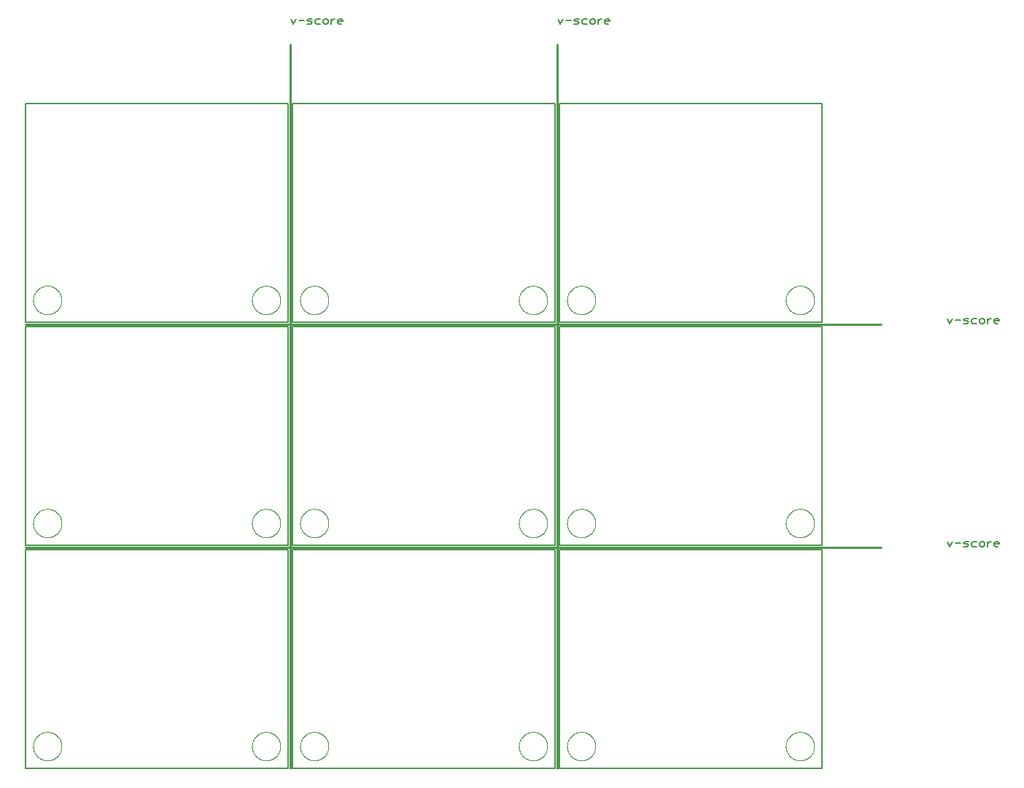
<source format=gko>
G75*
%MOIN*%
%OFA0B0*%
%FSLAX25Y25*%
%IPPOS*%
%LPD*%
%AMOC8*
5,1,8,0,0,1.08239X$1,22.5*
%
%ADD10C,0.00800*%
%ADD11C,0.01000*%
%ADD12C,0.00600*%
%ADD13C,0.00000*%
D10*
X0002560Y0006000D02*
X0002560Y0106000D01*
X0122560Y0106000D01*
X0122560Y0006000D01*
X0002560Y0006000D01*
X0124560Y0006000D02*
X0124560Y0106000D01*
X0244560Y0106000D01*
X0244560Y0006000D01*
X0124560Y0006000D01*
X0246560Y0006000D02*
X0246560Y0106000D01*
X0366560Y0106000D01*
X0366560Y0006000D01*
X0246560Y0006000D01*
X0246560Y0108000D02*
X0246560Y0208000D01*
X0366560Y0208000D01*
X0366560Y0108000D01*
X0246560Y0108000D01*
X0244560Y0108000D02*
X0124560Y0108000D01*
X0124560Y0208000D01*
X0244560Y0208000D01*
X0244560Y0108000D01*
X0122560Y0108000D02*
X0002560Y0108000D01*
X0002560Y0208000D01*
X0122560Y0208000D01*
X0122560Y0108000D01*
X0122560Y0210000D02*
X0002560Y0210000D01*
X0002560Y0310000D01*
X0122560Y0310000D01*
X0122560Y0210000D01*
X0124560Y0210000D02*
X0124560Y0310000D01*
X0244560Y0310000D01*
X0244560Y0210000D01*
X0124560Y0210000D01*
X0246560Y0210000D02*
X0246560Y0310000D01*
X0366560Y0310000D01*
X0366560Y0210000D01*
X0246560Y0210000D01*
D11*
X0393560Y0209000D02*
X0002560Y0209000D01*
X0002560Y0107000D02*
X0393560Y0107000D01*
X0245560Y0006000D02*
X0245560Y0337000D01*
X0123560Y0337000D02*
X0123560Y0006000D01*
D12*
X0423860Y0109569D02*
X0424994Y0107300D01*
X0426129Y0109569D01*
X0427543Y0109001D02*
X0429812Y0109001D01*
X0431226Y0109001D02*
X0431793Y0109569D01*
X0433495Y0109569D01*
X0432928Y0108434D02*
X0431793Y0108434D01*
X0431226Y0109001D01*
X0431226Y0107300D02*
X0432928Y0107300D01*
X0433495Y0107867D01*
X0432928Y0108434D01*
X0434909Y0107867D02*
X0435477Y0107300D01*
X0437178Y0107300D01*
X0438593Y0107867D02*
X0439160Y0107300D01*
X0440294Y0107300D01*
X0440861Y0107867D01*
X0440861Y0109001D01*
X0440294Y0109569D01*
X0439160Y0109569D01*
X0438593Y0109001D01*
X0438593Y0107867D01*
X0437178Y0109569D02*
X0435477Y0109569D01*
X0434909Y0109001D01*
X0434909Y0107867D01*
X0442276Y0107300D02*
X0442276Y0109569D01*
X0443410Y0109569D02*
X0443977Y0109569D01*
X0443410Y0109569D02*
X0442276Y0108434D01*
X0445345Y0108434D02*
X0447614Y0108434D01*
X0447614Y0109001D01*
X0447046Y0109569D01*
X0445912Y0109569D01*
X0445345Y0109001D01*
X0445345Y0107867D01*
X0445912Y0107300D01*
X0447046Y0107300D01*
X0447046Y0209300D02*
X0445912Y0209300D01*
X0445345Y0209867D01*
X0445345Y0211001D01*
X0445912Y0211569D01*
X0447046Y0211569D01*
X0447614Y0211001D01*
X0447614Y0210434D01*
X0445345Y0210434D01*
X0443977Y0211569D02*
X0443410Y0211569D01*
X0442276Y0210434D01*
X0442276Y0209300D02*
X0442276Y0211569D01*
X0440861Y0211001D02*
X0440294Y0211569D01*
X0439160Y0211569D01*
X0438593Y0211001D01*
X0438593Y0209867D01*
X0439160Y0209300D01*
X0440294Y0209300D01*
X0440861Y0209867D01*
X0440861Y0211001D01*
X0437178Y0211569D02*
X0435477Y0211569D01*
X0434909Y0211001D01*
X0434909Y0209867D01*
X0435477Y0209300D01*
X0437178Y0209300D01*
X0433495Y0209867D02*
X0432928Y0210434D01*
X0431793Y0210434D01*
X0431226Y0211001D01*
X0431793Y0211569D01*
X0433495Y0211569D01*
X0433495Y0209867D02*
X0432928Y0209300D01*
X0431226Y0209300D01*
X0429812Y0211001D02*
X0427543Y0211001D01*
X0426129Y0211569D02*
X0424994Y0209300D01*
X0423860Y0211569D01*
X0269046Y0346300D02*
X0267912Y0346300D01*
X0267345Y0346867D01*
X0267345Y0348001D01*
X0267912Y0348569D01*
X0269046Y0348569D01*
X0269614Y0348001D01*
X0269614Y0347434D01*
X0267345Y0347434D01*
X0265977Y0348569D02*
X0265410Y0348569D01*
X0264276Y0347434D01*
X0264276Y0346300D02*
X0264276Y0348569D01*
X0262861Y0348001D02*
X0262294Y0348569D01*
X0261160Y0348569D01*
X0260593Y0348001D01*
X0260593Y0346867D01*
X0261160Y0346300D01*
X0262294Y0346300D01*
X0262861Y0346867D01*
X0262861Y0348001D01*
X0259178Y0348569D02*
X0257477Y0348569D01*
X0256909Y0348001D01*
X0256909Y0346867D01*
X0257477Y0346300D01*
X0259178Y0346300D01*
X0255495Y0346867D02*
X0254928Y0347434D01*
X0253793Y0347434D01*
X0253226Y0348001D01*
X0253793Y0348569D01*
X0255495Y0348569D01*
X0255495Y0346867D02*
X0254928Y0346300D01*
X0253226Y0346300D01*
X0251812Y0348001D02*
X0249543Y0348001D01*
X0248129Y0348569D02*
X0246994Y0346300D01*
X0245860Y0348569D01*
X0147614Y0348001D02*
X0147614Y0347434D01*
X0145345Y0347434D01*
X0145345Y0346867D02*
X0145345Y0348001D01*
X0145912Y0348569D01*
X0147046Y0348569D01*
X0147614Y0348001D01*
X0147046Y0346300D02*
X0145912Y0346300D01*
X0145345Y0346867D01*
X0143977Y0348569D02*
X0143410Y0348569D01*
X0142276Y0347434D01*
X0142276Y0346300D02*
X0142276Y0348569D01*
X0140861Y0348001D02*
X0140294Y0348569D01*
X0139160Y0348569D01*
X0138593Y0348001D01*
X0138593Y0346867D01*
X0139160Y0346300D01*
X0140294Y0346300D01*
X0140861Y0346867D01*
X0140861Y0348001D01*
X0137178Y0348569D02*
X0135477Y0348569D01*
X0134909Y0348001D01*
X0134909Y0346867D01*
X0135477Y0346300D01*
X0137178Y0346300D01*
X0133495Y0346867D02*
X0132928Y0347434D01*
X0131793Y0347434D01*
X0131226Y0348001D01*
X0131793Y0348569D01*
X0133495Y0348569D01*
X0133495Y0346867D02*
X0132928Y0346300D01*
X0131226Y0346300D01*
X0129812Y0348001D02*
X0127543Y0348001D01*
X0126129Y0348569D02*
X0124994Y0346300D01*
X0123860Y0348569D01*
D13*
X0128060Y0220000D02*
X0128062Y0220161D01*
X0128068Y0220321D01*
X0128078Y0220482D01*
X0128092Y0220642D01*
X0128110Y0220802D01*
X0128131Y0220961D01*
X0128157Y0221120D01*
X0128187Y0221278D01*
X0128220Y0221435D01*
X0128258Y0221592D01*
X0128299Y0221747D01*
X0128344Y0221901D01*
X0128393Y0222054D01*
X0128446Y0222206D01*
X0128502Y0222357D01*
X0128563Y0222506D01*
X0128626Y0222654D01*
X0128694Y0222800D01*
X0128765Y0222944D01*
X0128839Y0223086D01*
X0128917Y0223227D01*
X0128999Y0223365D01*
X0129084Y0223502D01*
X0129172Y0223636D01*
X0129264Y0223768D01*
X0129359Y0223898D01*
X0129457Y0224026D01*
X0129558Y0224151D01*
X0129662Y0224273D01*
X0129769Y0224393D01*
X0129879Y0224510D01*
X0129992Y0224625D01*
X0130108Y0224736D01*
X0130227Y0224845D01*
X0130348Y0224950D01*
X0130472Y0225053D01*
X0130598Y0225153D01*
X0130726Y0225249D01*
X0130857Y0225342D01*
X0130991Y0225432D01*
X0131126Y0225519D01*
X0131264Y0225602D01*
X0131403Y0225682D01*
X0131545Y0225758D01*
X0131688Y0225831D01*
X0131833Y0225900D01*
X0131980Y0225966D01*
X0132128Y0226028D01*
X0132278Y0226086D01*
X0132429Y0226141D01*
X0132582Y0226192D01*
X0132736Y0226239D01*
X0132891Y0226282D01*
X0133047Y0226321D01*
X0133203Y0226357D01*
X0133361Y0226388D01*
X0133519Y0226416D01*
X0133678Y0226440D01*
X0133838Y0226460D01*
X0133998Y0226476D01*
X0134158Y0226488D01*
X0134319Y0226496D01*
X0134480Y0226500D01*
X0134640Y0226500D01*
X0134801Y0226496D01*
X0134962Y0226488D01*
X0135122Y0226476D01*
X0135282Y0226460D01*
X0135442Y0226440D01*
X0135601Y0226416D01*
X0135759Y0226388D01*
X0135917Y0226357D01*
X0136073Y0226321D01*
X0136229Y0226282D01*
X0136384Y0226239D01*
X0136538Y0226192D01*
X0136691Y0226141D01*
X0136842Y0226086D01*
X0136992Y0226028D01*
X0137140Y0225966D01*
X0137287Y0225900D01*
X0137432Y0225831D01*
X0137575Y0225758D01*
X0137717Y0225682D01*
X0137856Y0225602D01*
X0137994Y0225519D01*
X0138129Y0225432D01*
X0138263Y0225342D01*
X0138394Y0225249D01*
X0138522Y0225153D01*
X0138648Y0225053D01*
X0138772Y0224950D01*
X0138893Y0224845D01*
X0139012Y0224736D01*
X0139128Y0224625D01*
X0139241Y0224510D01*
X0139351Y0224393D01*
X0139458Y0224273D01*
X0139562Y0224151D01*
X0139663Y0224026D01*
X0139761Y0223898D01*
X0139856Y0223768D01*
X0139948Y0223636D01*
X0140036Y0223502D01*
X0140121Y0223365D01*
X0140203Y0223227D01*
X0140281Y0223086D01*
X0140355Y0222944D01*
X0140426Y0222800D01*
X0140494Y0222654D01*
X0140557Y0222506D01*
X0140618Y0222357D01*
X0140674Y0222206D01*
X0140727Y0222054D01*
X0140776Y0221901D01*
X0140821Y0221747D01*
X0140862Y0221592D01*
X0140900Y0221435D01*
X0140933Y0221278D01*
X0140963Y0221120D01*
X0140989Y0220961D01*
X0141010Y0220802D01*
X0141028Y0220642D01*
X0141042Y0220482D01*
X0141052Y0220321D01*
X0141058Y0220161D01*
X0141060Y0220000D01*
X0141058Y0219839D01*
X0141052Y0219679D01*
X0141042Y0219518D01*
X0141028Y0219358D01*
X0141010Y0219198D01*
X0140989Y0219039D01*
X0140963Y0218880D01*
X0140933Y0218722D01*
X0140900Y0218565D01*
X0140862Y0218408D01*
X0140821Y0218253D01*
X0140776Y0218099D01*
X0140727Y0217946D01*
X0140674Y0217794D01*
X0140618Y0217643D01*
X0140557Y0217494D01*
X0140494Y0217346D01*
X0140426Y0217200D01*
X0140355Y0217056D01*
X0140281Y0216914D01*
X0140203Y0216773D01*
X0140121Y0216635D01*
X0140036Y0216498D01*
X0139948Y0216364D01*
X0139856Y0216232D01*
X0139761Y0216102D01*
X0139663Y0215974D01*
X0139562Y0215849D01*
X0139458Y0215727D01*
X0139351Y0215607D01*
X0139241Y0215490D01*
X0139128Y0215375D01*
X0139012Y0215264D01*
X0138893Y0215155D01*
X0138772Y0215050D01*
X0138648Y0214947D01*
X0138522Y0214847D01*
X0138394Y0214751D01*
X0138263Y0214658D01*
X0138129Y0214568D01*
X0137994Y0214481D01*
X0137856Y0214398D01*
X0137717Y0214318D01*
X0137575Y0214242D01*
X0137432Y0214169D01*
X0137287Y0214100D01*
X0137140Y0214034D01*
X0136992Y0213972D01*
X0136842Y0213914D01*
X0136691Y0213859D01*
X0136538Y0213808D01*
X0136384Y0213761D01*
X0136229Y0213718D01*
X0136073Y0213679D01*
X0135917Y0213643D01*
X0135759Y0213612D01*
X0135601Y0213584D01*
X0135442Y0213560D01*
X0135282Y0213540D01*
X0135122Y0213524D01*
X0134962Y0213512D01*
X0134801Y0213504D01*
X0134640Y0213500D01*
X0134480Y0213500D01*
X0134319Y0213504D01*
X0134158Y0213512D01*
X0133998Y0213524D01*
X0133838Y0213540D01*
X0133678Y0213560D01*
X0133519Y0213584D01*
X0133361Y0213612D01*
X0133203Y0213643D01*
X0133047Y0213679D01*
X0132891Y0213718D01*
X0132736Y0213761D01*
X0132582Y0213808D01*
X0132429Y0213859D01*
X0132278Y0213914D01*
X0132128Y0213972D01*
X0131980Y0214034D01*
X0131833Y0214100D01*
X0131688Y0214169D01*
X0131545Y0214242D01*
X0131403Y0214318D01*
X0131264Y0214398D01*
X0131126Y0214481D01*
X0130991Y0214568D01*
X0130857Y0214658D01*
X0130726Y0214751D01*
X0130598Y0214847D01*
X0130472Y0214947D01*
X0130348Y0215050D01*
X0130227Y0215155D01*
X0130108Y0215264D01*
X0129992Y0215375D01*
X0129879Y0215490D01*
X0129769Y0215607D01*
X0129662Y0215727D01*
X0129558Y0215849D01*
X0129457Y0215974D01*
X0129359Y0216102D01*
X0129264Y0216232D01*
X0129172Y0216364D01*
X0129084Y0216498D01*
X0128999Y0216635D01*
X0128917Y0216773D01*
X0128839Y0216914D01*
X0128765Y0217056D01*
X0128694Y0217200D01*
X0128626Y0217346D01*
X0128563Y0217494D01*
X0128502Y0217643D01*
X0128446Y0217794D01*
X0128393Y0217946D01*
X0128344Y0218099D01*
X0128299Y0218253D01*
X0128258Y0218408D01*
X0128220Y0218565D01*
X0128187Y0218722D01*
X0128157Y0218880D01*
X0128131Y0219039D01*
X0128110Y0219198D01*
X0128092Y0219358D01*
X0128078Y0219518D01*
X0128068Y0219679D01*
X0128062Y0219839D01*
X0128060Y0220000D01*
X0106060Y0220000D02*
X0106062Y0220161D01*
X0106068Y0220321D01*
X0106078Y0220482D01*
X0106092Y0220642D01*
X0106110Y0220802D01*
X0106131Y0220961D01*
X0106157Y0221120D01*
X0106187Y0221278D01*
X0106220Y0221435D01*
X0106258Y0221592D01*
X0106299Y0221747D01*
X0106344Y0221901D01*
X0106393Y0222054D01*
X0106446Y0222206D01*
X0106502Y0222357D01*
X0106563Y0222506D01*
X0106626Y0222654D01*
X0106694Y0222800D01*
X0106765Y0222944D01*
X0106839Y0223086D01*
X0106917Y0223227D01*
X0106999Y0223365D01*
X0107084Y0223502D01*
X0107172Y0223636D01*
X0107264Y0223768D01*
X0107359Y0223898D01*
X0107457Y0224026D01*
X0107558Y0224151D01*
X0107662Y0224273D01*
X0107769Y0224393D01*
X0107879Y0224510D01*
X0107992Y0224625D01*
X0108108Y0224736D01*
X0108227Y0224845D01*
X0108348Y0224950D01*
X0108472Y0225053D01*
X0108598Y0225153D01*
X0108726Y0225249D01*
X0108857Y0225342D01*
X0108991Y0225432D01*
X0109126Y0225519D01*
X0109264Y0225602D01*
X0109403Y0225682D01*
X0109545Y0225758D01*
X0109688Y0225831D01*
X0109833Y0225900D01*
X0109980Y0225966D01*
X0110128Y0226028D01*
X0110278Y0226086D01*
X0110429Y0226141D01*
X0110582Y0226192D01*
X0110736Y0226239D01*
X0110891Y0226282D01*
X0111047Y0226321D01*
X0111203Y0226357D01*
X0111361Y0226388D01*
X0111519Y0226416D01*
X0111678Y0226440D01*
X0111838Y0226460D01*
X0111998Y0226476D01*
X0112158Y0226488D01*
X0112319Y0226496D01*
X0112480Y0226500D01*
X0112640Y0226500D01*
X0112801Y0226496D01*
X0112962Y0226488D01*
X0113122Y0226476D01*
X0113282Y0226460D01*
X0113442Y0226440D01*
X0113601Y0226416D01*
X0113759Y0226388D01*
X0113917Y0226357D01*
X0114073Y0226321D01*
X0114229Y0226282D01*
X0114384Y0226239D01*
X0114538Y0226192D01*
X0114691Y0226141D01*
X0114842Y0226086D01*
X0114992Y0226028D01*
X0115140Y0225966D01*
X0115287Y0225900D01*
X0115432Y0225831D01*
X0115575Y0225758D01*
X0115717Y0225682D01*
X0115856Y0225602D01*
X0115994Y0225519D01*
X0116129Y0225432D01*
X0116263Y0225342D01*
X0116394Y0225249D01*
X0116522Y0225153D01*
X0116648Y0225053D01*
X0116772Y0224950D01*
X0116893Y0224845D01*
X0117012Y0224736D01*
X0117128Y0224625D01*
X0117241Y0224510D01*
X0117351Y0224393D01*
X0117458Y0224273D01*
X0117562Y0224151D01*
X0117663Y0224026D01*
X0117761Y0223898D01*
X0117856Y0223768D01*
X0117948Y0223636D01*
X0118036Y0223502D01*
X0118121Y0223365D01*
X0118203Y0223227D01*
X0118281Y0223086D01*
X0118355Y0222944D01*
X0118426Y0222800D01*
X0118494Y0222654D01*
X0118557Y0222506D01*
X0118618Y0222357D01*
X0118674Y0222206D01*
X0118727Y0222054D01*
X0118776Y0221901D01*
X0118821Y0221747D01*
X0118862Y0221592D01*
X0118900Y0221435D01*
X0118933Y0221278D01*
X0118963Y0221120D01*
X0118989Y0220961D01*
X0119010Y0220802D01*
X0119028Y0220642D01*
X0119042Y0220482D01*
X0119052Y0220321D01*
X0119058Y0220161D01*
X0119060Y0220000D01*
X0119058Y0219839D01*
X0119052Y0219679D01*
X0119042Y0219518D01*
X0119028Y0219358D01*
X0119010Y0219198D01*
X0118989Y0219039D01*
X0118963Y0218880D01*
X0118933Y0218722D01*
X0118900Y0218565D01*
X0118862Y0218408D01*
X0118821Y0218253D01*
X0118776Y0218099D01*
X0118727Y0217946D01*
X0118674Y0217794D01*
X0118618Y0217643D01*
X0118557Y0217494D01*
X0118494Y0217346D01*
X0118426Y0217200D01*
X0118355Y0217056D01*
X0118281Y0216914D01*
X0118203Y0216773D01*
X0118121Y0216635D01*
X0118036Y0216498D01*
X0117948Y0216364D01*
X0117856Y0216232D01*
X0117761Y0216102D01*
X0117663Y0215974D01*
X0117562Y0215849D01*
X0117458Y0215727D01*
X0117351Y0215607D01*
X0117241Y0215490D01*
X0117128Y0215375D01*
X0117012Y0215264D01*
X0116893Y0215155D01*
X0116772Y0215050D01*
X0116648Y0214947D01*
X0116522Y0214847D01*
X0116394Y0214751D01*
X0116263Y0214658D01*
X0116129Y0214568D01*
X0115994Y0214481D01*
X0115856Y0214398D01*
X0115717Y0214318D01*
X0115575Y0214242D01*
X0115432Y0214169D01*
X0115287Y0214100D01*
X0115140Y0214034D01*
X0114992Y0213972D01*
X0114842Y0213914D01*
X0114691Y0213859D01*
X0114538Y0213808D01*
X0114384Y0213761D01*
X0114229Y0213718D01*
X0114073Y0213679D01*
X0113917Y0213643D01*
X0113759Y0213612D01*
X0113601Y0213584D01*
X0113442Y0213560D01*
X0113282Y0213540D01*
X0113122Y0213524D01*
X0112962Y0213512D01*
X0112801Y0213504D01*
X0112640Y0213500D01*
X0112480Y0213500D01*
X0112319Y0213504D01*
X0112158Y0213512D01*
X0111998Y0213524D01*
X0111838Y0213540D01*
X0111678Y0213560D01*
X0111519Y0213584D01*
X0111361Y0213612D01*
X0111203Y0213643D01*
X0111047Y0213679D01*
X0110891Y0213718D01*
X0110736Y0213761D01*
X0110582Y0213808D01*
X0110429Y0213859D01*
X0110278Y0213914D01*
X0110128Y0213972D01*
X0109980Y0214034D01*
X0109833Y0214100D01*
X0109688Y0214169D01*
X0109545Y0214242D01*
X0109403Y0214318D01*
X0109264Y0214398D01*
X0109126Y0214481D01*
X0108991Y0214568D01*
X0108857Y0214658D01*
X0108726Y0214751D01*
X0108598Y0214847D01*
X0108472Y0214947D01*
X0108348Y0215050D01*
X0108227Y0215155D01*
X0108108Y0215264D01*
X0107992Y0215375D01*
X0107879Y0215490D01*
X0107769Y0215607D01*
X0107662Y0215727D01*
X0107558Y0215849D01*
X0107457Y0215974D01*
X0107359Y0216102D01*
X0107264Y0216232D01*
X0107172Y0216364D01*
X0107084Y0216498D01*
X0106999Y0216635D01*
X0106917Y0216773D01*
X0106839Y0216914D01*
X0106765Y0217056D01*
X0106694Y0217200D01*
X0106626Y0217346D01*
X0106563Y0217494D01*
X0106502Y0217643D01*
X0106446Y0217794D01*
X0106393Y0217946D01*
X0106344Y0218099D01*
X0106299Y0218253D01*
X0106258Y0218408D01*
X0106220Y0218565D01*
X0106187Y0218722D01*
X0106157Y0218880D01*
X0106131Y0219039D01*
X0106110Y0219198D01*
X0106092Y0219358D01*
X0106078Y0219518D01*
X0106068Y0219679D01*
X0106062Y0219839D01*
X0106060Y0220000D01*
X0006060Y0220000D02*
X0006062Y0220161D01*
X0006068Y0220321D01*
X0006078Y0220482D01*
X0006092Y0220642D01*
X0006110Y0220802D01*
X0006131Y0220961D01*
X0006157Y0221120D01*
X0006187Y0221278D01*
X0006220Y0221435D01*
X0006258Y0221592D01*
X0006299Y0221747D01*
X0006344Y0221901D01*
X0006393Y0222054D01*
X0006446Y0222206D01*
X0006502Y0222357D01*
X0006563Y0222506D01*
X0006626Y0222654D01*
X0006694Y0222800D01*
X0006765Y0222944D01*
X0006839Y0223086D01*
X0006917Y0223227D01*
X0006999Y0223365D01*
X0007084Y0223502D01*
X0007172Y0223636D01*
X0007264Y0223768D01*
X0007359Y0223898D01*
X0007457Y0224026D01*
X0007558Y0224151D01*
X0007662Y0224273D01*
X0007769Y0224393D01*
X0007879Y0224510D01*
X0007992Y0224625D01*
X0008108Y0224736D01*
X0008227Y0224845D01*
X0008348Y0224950D01*
X0008472Y0225053D01*
X0008598Y0225153D01*
X0008726Y0225249D01*
X0008857Y0225342D01*
X0008991Y0225432D01*
X0009126Y0225519D01*
X0009264Y0225602D01*
X0009403Y0225682D01*
X0009545Y0225758D01*
X0009688Y0225831D01*
X0009833Y0225900D01*
X0009980Y0225966D01*
X0010128Y0226028D01*
X0010278Y0226086D01*
X0010429Y0226141D01*
X0010582Y0226192D01*
X0010736Y0226239D01*
X0010891Y0226282D01*
X0011047Y0226321D01*
X0011203Y0226357D01*
X0011361Y0226388D01*
X0011519Y0226416D01*
X0011678Y0226440D01*
X0011838Y0226460D01*
X0011998Y0226476D01*
X0012158Y0226488D01*
X0012319Y0226496D01*
X0012480Y0226500D01*
X0012640Y0226500D01*
X0012801Y0226496D01*
X0012962Y0226488D01*
X0013122Y0226476D01*
X0013282Y0226460D01*
X0013442Y0226440D01*
X0013601Y0226416D01*
X0013759Y0226388D01*
X0013917Y0226357D01*
X0014073Y0226321D01*
X0014229Y0226282D01*
X0014384Y0226239D01*
X0014538Y0226192D01*
X0014691Y0226141D01*
X0014842Y0226086D01*
X0014992Y0226028D01*
X0015140Y0225966D01*
X0015287Y0225900D01*
X0015432Y0225831D01*
X0015575Y0225758D01*
X0015717Y0225682D01*
X0015856Y0225602D01*
X0015994Y0225519D01*
X0016129Y0225432D01*
X0016263Y0225342D01*
X0016394Y0225249D01*
X0016522Y0225153D01*
X0016648Y0225053D01*
X0016772Y0224950D01*
X0016893Y0224845D01*
X0017012Y0224736D01*
X0017128Y0224625D01*
X0017241Y0224510D01*
X0017351Y0224393D01*
X0017458Y0224273D01*
X0017562Y0224151D01*
X0017663Y0224026D01*
X0017761Y0223898D01*
X0017856Y0223768D01*
X0017948Y0223636D01*
X0018036Y0223502D01*
X0018121Y0223365D01*
X0018203Y0223227D01*
X0018281Y0223086D01*
X0018355Y0222944D01*
X0018426Y0222800D01*
X0018494Y0222654D01*
X0018557Y0222506D01*
X0018618Y0222357D01*
X0018674Y0222206D01*
X0018727Y0222054D01*
X0018776Y0221901D01*
X0018821Y0221747D01*
X0018862Y0221592D01*
X0018900Y0221435D01*
X0018933Y0221278D01*
X0018963Y0221120D01*
X0018989Y0220961D01*
X0019010Y0220802D01*
X0019028Y0220642D01*
X0019042Y0220482D01*
X0019052Y0220321D01*
X0019058Y0220161D01*
X0019060Y0220000D01*
X0019058Y0219839D01*
X0019052Y0219679D01*
X0019042Y0219518D01*
X0019028Y0219358D01*
X0019010Y0219198D01*
X0018989Y0219039D01*
X0018963Y0218880D01*
X0018933Y0218722D01*
X0018900Y0218565D01*
X0018862Y0218408D01*
X0018821Y0218253D01*
X0018776Y0218099D01*
X0018727Y0217946D01*
X0018674Y0217794D01*
X0018618Y0217643D01*
X0018557Y0217494D01*
X0018494Y0217346D01*
X0018426Y0217200D01*
X0018355Y0217056D01*
X0018281Y0216914D01*
X0018203Y0216773D01*
X0018121Y0216635D01*
X0018036Y0216498D01*
X0017948Y0216364D01*
X0017856Y0216232D01*
X0017761Y0216102D01*
X0017663Y0215974D01*
X0017562Y0215849D01*
X0017458Y0215727D01*
X0017351Y0215607D01*
X0017241Y0215490D01*
X0017128Y0215375D01*
X0017012Y0215264D01*
X0016893Y0215155D01*
X0016772Y0215050D01*
X0016648Y0214947D01*
X0016522Y0214847D01*
X0016394Y0214751D01*
X0016263Y0214658D01*
X0016129Y0214568D01*
X0015994Y0214481D01*
X0015856Y0214398D01*
X0015717Y0214318D01*
X0015575Y0214242D01*
X0015432Y0214169D01*
X0015287Y0214100D01*
X0015140Y0214034D01*
X0014992Y0213972D01*
X0014842Y0213914D01*
X0014691Y0213859D01*
X0014538Y0213808D01*
X0014384Y0213761D01*
X0014229Y0213718D01*
X0014073Y0213679D01*
X0013917Y0213643D01*
X0013759Y0213612D01*
X0013601Y0213584D01*
X0013442Y0213560D01*
X0013282Y0213540D01*
X0013122Y0213524D01*
X0012962Y0213512D01*
X0012801Y0213504D01*
X0012640Y0213500D01*
X0012480Y0213500D01*
X0012319Y0213504D01*
X0012158Y0213512D01*
X0011998Y0213524D01*
X0011838Y0213540D01*
X0011678Y0213560D01*
X0011519Y0213584D01*
X0011361Y0213612D01*
X0011203Y0213643D01*
X0011047Y0213679D01*
X0010891Y0213718D01*
X0010736Y0213761D01*
X0010582Y0213808D01*
X0010429Y0213859D01*
X0010278Y0213914D01*
X0010128Y0213972D01*
X0009980Y0214034D01*
X0009833Y0214100D01*
X0009688Y0214169D01*
X0009545Y0214242D01*
X0009403Y0214318D01*
X0009264Y0214398D01*
X0009126Y0214481D01*
X0008991Y0214568D01*
X0008857Y0214658D01*
X0008726Y0214751D01*
X0008598Y0214847D01*
X0008472Y0214947D01*
X0008348Y0215050D01*
X0008227Y0215155D01*
X0008108Y0215264D01*
X0007992Y0215375D01*
X0007879Y0215490D01*
X0007769Y0215607D01*
X0007662Y0215727D01*
X0007558Y0215849D01*
X0007457Y0215974D01*
X0007359Y0216102D01*
X0007264Y0216232D01*
X0007172Y0216364D01*
X0007084Y0216498D01*
X0006999Y0216635D01*
X0006917Y0216773D01*
X0006839Y0216914D01*
X0006765Y0217056D01*
X0006694Y0217200D01*
X0006626Y0217346D01*
X0006563Y0217494D01*
X0006502Y0217643D01*
X0006446Y0217794D01*
X0006393Y0217946D01*
X0006344Y0218099D01*
X0006299Y0218253D01*
X0006258Y0218408D01*
X0006220Y0218565D01*
X0006187Y0218722D01*
X0006157Y0218880D01*
X0006131Y0219039D01*
X0006110Y0219198D01*
X0006092Y0219358D01*
X0006078Y0219518D01*
X0006068Y0219679D01*
X0006062Y0219839D01*
X0006060Y0220000D01*
X0006060Y0118000D02*
X0006062Y0118161D01*
X0006068Y0118321D01*
X0006078Y0118482D01*
X0006092Y0118642D01*
X0006110Y0118802D01*
X0006131Y0118961D01*
X0006157Y0119120D01*
X0006187Y0119278D01*
X0006220Y0119435D01*
X0006258Y0119592D01*
X0006299Y0119747D01*
X0006344Y0119901D01*
X0006393Y0120054D01*
X0006446Y0120206D01*
X0006502Y0120357D01*
X0006563Y0120506D01*
X0006626Y0120654D01*
X0006694Y0120800D01*
X0006765Y0120944D01*
X0006839Y0121086D01*
X0006917Y0121227D01*
X0006999Y0121365D01*
X0007084Y0121502D01*
X0007172Y0121636D01*
X0007264Y0121768D01*
X0007359Y0121898D01*
X0007457Y0122026D01*
X0007558Y0122151D01*
X0007662Y0122273D01*
X0007769Y0122393D01*
X0007879Y0122510D01*
X0007992Y0122625D01*
X0008108Y0122736D01*
X0008227Y0122845D01*
X0008348Y0122950D01*
X0008472Y0123053D01*
X0008598Y0123153D01*
X0008726Y0123249D01*
X0008857Y0123342D01*
X0008991Y0123432D01*
X0009126Y0123519D01*
X0009264Y0123602D01*
X0009403Y0123682D01*
X0009545Y0123758D01*
X0009688Y0123831D01*
X0009833Y0123900D01*
X0009980Y0123966D01*
X0010128Y0124028D01*
X0010278Y0124086D01*
X0010429Y0124141D01*
X0010582Y0124192D01*
X0010736Y0124239D01*
X0010891Y0124282D01*
X0011047Y0124321D01*
X0011203Y0124357D01*
X0011361Y0124388D01*
X0011519Y0124416D01*
X0011678Y0124440D01*
X0011838Y0124460D01*
X0011998Y0124476D01*
X0012158Y0124488D01*
X0012319Y0124496D01*
X0012480Y0124500D01*
X0012640Y0124500D01*
X0012801Y0124496D01*
X0012962Y0124488D01*
X0013122Y0124476D01*
X0013282Y0124460D01*
X0013442Y0124440D01*
X0013601Y0124416D01*
X0013759Y0124388D01*
X0013917Y0124357D01*
X0014073Y0124321D01*
X0014229Y0124282D01*
X0014384Y0124239D01*
X0014538Y0124192D01*
X0014691Y0124141D01*
X0014842Y0124086D01*
X0014992Y0124028D01*
X0015140Y0123966D01*
X0015287Y0123900D01*
X0015432Y0123831D01*
X0015575Y0123758D01*
X0015717Y0123682D01*
X0015856Y0123602D01*
X0015994Y0123519D01*
X0016129Y0123432D01*
X0016263Y0123342D01*
X0016394Y0123249D01*
X0016522Y0123153D01*
X0016648Y0123053D01*
X0016772Y0122950D01*
X0016893Y0122845D01*
X0017012Y0122736D01*
X0017128Y0122625D01*
X0017241Y0122510D01*
X0017351Y0122393D01*
X0017458Y0122273D01*
X0017562Y0122151D01*
X0017663Y0122026D01*
X0017761Y0121898D01*
X0017856Y0121768D01*
X0017948Y0121636D01*
X0018036Y0121502D01*
X0018121Y0121365D01*
X0018203Y0121227D01*
X0018281Y0121086D01*
X0018355Y0120944D01*
X0018426Y0120800D01*
X0018494Y0120654D01*
X0018557Y0120506D01*
X0018618Y0120357D01*
X0018674Y0120206D01*
X0018727Y0120054D01*
X0018776Y0119901D01*
X0018821Y0119747D01*
X0018862Y0119592D01*
X0018900Y0119435D01*
X0018933Y0119278D01*
X0018963Y0119120D01*
X0018989Y0118961D01*
X0019010Y0118802D01*
X0019028Y0118642D01*
X0019042Y0118482D01*
X0019052Y0118321D01*
X0019058Y0118161D01*
X0019060Y0118000D01*
X0019058Y0117839D01*
X0019052Y0117679D01*
X0019042Y0117518D01*
X0019028Y0117358D01*
X0019010Y0117198D01*
X0018989Y0117039D01*
X0018963Y0116880D01*
X0018933Y0116722D01*
X0018900Y0116565D01*
X0018862Y0116408D01*
X0018821Y0116253D01*
X0018776Y0116099D01*
X0018727Y0115946D01*
X0018674Y0115794D01*
X0018618Y0115643D01*
X0018557Y0115494D01*
X0018494Y0115346D01*
X0018426Y0115200D01*
X0018355Y0115056D01*
X0018281Y0114914D01*
X0018203Y0114773D01*
X0018121Y0114635D01*
X0018036Y0114498D01*
X0017948Y0114364D01*
X0017856Y0114232D01*
X0017761Y0114102D01*
X0017663Y0113974D01*
X0017562Y0113849D01*
X0017458Y0113727D01*
X0017351Y0113607D01*
X0017241Y0113490D01*
X0017128Y0113375D01*
X0017012Y0113264D01*
X0016893Y0113155D01*
X0016772Y0113050D01*
X0016648Y0112947D01*
X0016522Y0112847D01*
X0016394Y0112751D01*
X0016263Y0112658D01*
X0016129Y0112568D01*
X0015994Y0112481D01*
X0015856Y0112398D01*
X0015717Y0112318D01*
X0015575Y0112242D01*
X0015432Y0112169D01*
X0015287Y0112100D01*
X0015140Y0112034D01*
X0014992Y0111972D01*
X0014842Y0111914D01*
X0014691Y0111859D01*
X0014538Y0111808D01*
X0014384Y0111761D01*
X0014229Y0111718D01*
X0014073Y0111679D01*
X0013917Y0111643D01*
X0013759Y0111612D01*
X0013601Y0111584D01*
X0013442Y0111560D01*
X0013282Y0111540D01*
X0013122Y0111524D01*
X0012962Y0111512D01*
X0012801Y0111504D01*
X0012640Y0111500D01*
X0012480Y0111500D01*
X0012319Y0111504D01*
X0012158Y0111512D01*
X0011998Y0111524D01*
X0011838Y0111540D01*
X0011678Y0111560D01*
X0011519Y0111584D01*
X0011361Y0111612D01*
X0011203Y0111643D01*
X0011047Y0111679D01*
X0010891Y0111718D01*
X0010736Y0111761D01*
X0010582Y0111808D01*
X0010429Y0111859D01*
X0010278Y0111914D01*
X0010128Y0111972D01*
X0009980Y0112034D01*
X0009833Y0112100D01*
X0009688Y0112169D01*
X0009545Y0112242D01*
X0009403Y0112318D01*
X0009264Y0112398D01*
X0009126Y0112481D01*
X0008991Y0112568D01*
X0008857Y0112658D01*
X0008726Y0112751D01*
X0008598Y0112847D01*
X0008472Y0112947D01*
X0008348Y0113050D01*
X0008227Y0113155D01*
X0008108Y0113264D01*
X0007992Y0113375D01*
X0007879Y0113490D01*
X0007769Y0113607D01*
X0007662Y0113727D01*
X0007558Y0113849D01*
X0007457Y0113974D01*
X0007359Y0114102D01*
X0007264Y0114232D01*
X0007172Y0114364D01*
X0007084Y0114498D01*
X0006999Y0114635D01*
X0006917Y0114773D01*
X0006839Y0114914D01*
X0006765Y0115056D01*
X0006694Y0115200D01*
X0006626Y0115346D01*
X0006563Y0115494D01*
X0006502Y0115643D01*
X0006446Y0115794D01*
X0006393Y0115946D01*
X0006344Y0116099D01*
X0006299Y0116253D01*
X0006258Y0116408D01*
X0006220Y0116565D01*
X0006187Y0116722D01*
X0006157Y0116880D01*
X0006131Y0117039D01*
X0006110Y0117198D01*
X0006092Y0117358D01*
X0006078Y0117518D01*
X0006068Y0117679D01*
X0006062Y0117839D01*
X0006060Y0118000D01*
X0106060Y0118000D02*
X0106062Y0118161D01*
X0106068Y0118321D01*
X0106078Y0118482D01*
X0106092Y0118642D01*
X0106110Y0118802D01*
X0106131Y0118961D01*
X0106157Y0119120D01*
X0106187Y0119278D01*
X0106220Y0119435D01*
X0106258Y0119592D01*
X0106299Y0119747D01*
X0106344Y0119901D01*
X0106393Y0120054D01*
X0106446Y0120206D01*
X0106502Y0120357D01*
X0106563Y0120506D01*
X0106626Y0120654D01*
X0106694Y0120800D01*
X0106765Y0120944D01*
X0106839Y0121086D01*
X0106917Y0121227D01*
X0106999Y0121365D01*
X0107084Y0121502D01*
X0107172Y0121636D01*
X0107264Y0121768D01*
X0107359Y0121898D01*
X0107457Y0122026D01*
X0107558Y0122151D01*
X0107662Y0122273D01*
X0107769Y0122393D01*
X0107879Y0122510D01*
X0107992Y0122625D01*
X0108108Y0122736D01*
X0108227Y0122845D01*
X0108348Y0122950D01*
X0108472Y0123053D01*
X0108598Y0123153D01*
X0108726Y0123249D01*
X0108857Y0123342D01*
X0108991Y0123432D01*
X0109126Y0123519D01*
X0109264Y0123602D01*
X0109403Y0123682D01*
X0109545Y0123758D01*
X0109688Y0123831D01*
X0109833Y0123900D01*
X0109980Y0123966D01*
X0110128Y0124028D01*
X0110278Y0124086D01*
X0110429Y0124141D01*
X0110582Y0124192D01*
X0110736Y0124239D01*
X0110891Y0124282D01*
X0111047Y0124321D01*
X0111203Y0124357D01*
X0111361Y0124388D01*
X0111519Y0124416D01*
X0111678Y0124440D01*
X0111838Y0124460D01*
X0111998Y0124476D01*
X0112158Y0124488D01*
X0112319Y0124496D01*
X0112480Y0124500D01*
X0112640Y0124500D01*
X0112801Y0124496D01*
X0112962Y0124488D01*
X0113122Y0124476D01*
X0113282Y0124460D01*
X0113442Y0124440D01*
X0113601Y0124416D01*
X0113759Y0124388D01*
X0113917Y0124357D01*
X0114073Y0124321D01*
X0114229Y0124282D01*
X0114384Y0124239D01*
X0114538Y0124192D01*
X0114691Y0124141D01*
X0114842Y0124086D01*
X0114992Y0124028D01*
X0115140Y0123966D01*
X0115287Y0123900D01*
X0115432Y0123831D01*
X0115575Y0123758D01*
X0115717Y0123682D01*
X0115856Y0123602D01*
X0115994Y0123519D01*
X0116129Y0123432D01*
X0116263Y0123342D01*
X0116394Y0123249D01*
X0116522Y0123153D01*
X0116648Y0123053D01*
X0116772Y0122950D01*
X0116893Y0122845D01*
X0117012Y0122736D01*
X0117128Y0122625D01*
X0117241Y0122510D01*
X0117351Y0122393D01*
X0117458Y0122273D01*
X0117562Y0122151D01*
X0117663Y0122026D01*
X0117761Y0121898D01*
X0117856Y0121768D01*
X0117948Y0121636D01*
X0118036Y0121502D01*
X0118121Y0121365D01*
X0118203Y0121227D01*
X0118281Y0121086D01*
X0118355Y0120944D01*
X0118426Y0120800D01*
X0118494Y0120654D01*
X0118557Y0120506D01*
X0118618Y0120357D01*
X0118674Y0120206D01*
X0118727Y0120054D01*
X0118776Y0119901D01*
X0118821Y0119747D01*
X0118862Y0119592D01*
X0118900Y0119435D01*
X0118933Y0119278D01*
X0118963Y0119120D01*
X0118989Y0118961D01*
X0119010Y0118802D01*
X0119028Y0118642D01*
X0119042Y0118482D01*
X0119052Y0118321D01*
X0119058Y0118161D01*
X0119060Y0118000D01*
X0119058Y0117839D01*
X0119052Y0117679D01*
X0119042Y0117518D01*
X0119028Y0117358D01*
X0119010Y0117198D01*
X0118989Y0117039D01*
X0118963Y0116880D01*
X0118933Y0116722D01*
X0118900Y0116565D01*
X0118862Y0116408D01*
X0118821Y0116253D01*
X0118776Y0116099D01*
X0118727Y0115946D01*
X0118674Y0115794D01*
X0118618Y0115643D01*
X0118557Y0115494D01*
X0118494Y0115346D01*
X0118426Y0115200D01*
X0118355Y0115056D01*
X0118281Y0114914D01*
X0118203Y0114773D01*
X0118121Y0114635D01*
X0118036Y0114498D01*
X0117948Y0114364D01*
X0117856Y0114232D01*
X0117761Y0114102D01*
X0117663Y0113974D01*
X0117562Y0113849D01*
X0117458Y0113727D01*
X0117351Y0113607D01*
X0117241Y0113490D01*
X0117128Y0113375D01*
X0117012Y0113264D01*
X0116893Y0113155D01*
X0116772Y0113050D01*
X0116648Y0112947D01*
X0116522Y0112847D01*
X0116394Y0112751D01*
X0116263Y0112658D01*
X0116129Y0112568D01*
X0115994Y0112481D01*
X0115856Y0112398D01*
X0115717Y0112318D01*
X0115575Y0112242D01*
X0115432Y0112169D01*
X0115287Y0112100D01*
X0115140Y0112034D01*
X0114992Y0111972D01*
X0114842Y0111914D01*
X0114691Y0111859D01*
X0114538Y0111808D01*
X0114384Y0111761D01*
X0114229Y0111718D01*
X0114073Y0111679D01*
X0113917Y0111643D01*
X0113759Y0111612D01*
X0113601Y0111584D01*
X0113442Y0111560D01*
X0113282Y0111540D01*
X0113122Y0111524D01*
X0112962Y0111512D01*
X0112801Y0111504D01*
X0112640Y0111500D01*
X0112480Y0111500D01*
X0112319Y0111504D01*
X0112158Y0111512D01*
X0111998Y0111524D01*
X0111838Y0111540D01*
X0111678Y0111560D01*
X0111519Y0111584D01*
X0111361Y0111612D01*
X0111203Y0111643D01*
X0111047Y0111679D01*
X0110891Y0111718D01*
X0110736Y0111761D01*
X0110582Y0111808D01*
X0110429Y0111859D01*
X0110278Y0111914D01*
X0110128Y0111972D01*
X0109980Y0112034D01*
X0109833Y0112100D01*
X0109688Y0112169D01*
X0109545Y0112242D01*
X0109403Y0112318D01*
X0109264Y0112398D01*
X0109126Y0112481D01*
X0108991Y0112568D01*
X0108857Y0112658D01*
X0108726Y0112751D01*
X0108598Y0112847D01*
X0108472Y0112947D01*
X0108348Y0113050D01*
X0108227Y0113155D01*
X0108108Y0113264D01*
X0107992Y0113375D01*
X0107879Y0113490D01*
X0107769Y0113607D01*
X0107662Y0113727D01*
X0107558Y0113849D01*
X0107457Y0113974D01*
X0107359Y0114102D01*
X0107264Y0114232D01*
X0107172Y0114364D01*
X0107084Y0114498D01*
X0106999Y0114635D01*
X0106917Y0114773D01*
X0106839Y0114914D01*
X0106765Y0115056D01*
X0106694Y0115200D01*
X0106626Y0115346D01*
X0106563Y0115494D01*
X0106502Y0115643D01*
X0106446Y0115794D01*
X0106393Y0115946D01*
X0106344Y0116099D01*
X0106299Y0116253D01*
X0106258Y0116408D01*
X0106220Y0116565D01*
X0106187Y0116722D01*
X0106157Y0116880D01*
X0106131Y0117039D01*
X0106110Y0117198D01*
X0106092Y0117358D01*
X0106078Y0117518D01*
X0106068Y0117679D01*
X0106062Y0117839D01*
X0106060Y0118000D01*
X0128060Y0118000D02*
X0128062Y0118161D01*
X0128068Y0118321D01*
X0128078Y0118482D01*
X0128092Y0118642D01*
X0128110Y0118802D01*
X0128131Y0118961D01*
X0128157Y0119120D01*
X0128187Y0119278D01*
X0128220Y0119435D01*
X0128258Y0119592D01*
X0128299Y0119747D01*
X0128344Y0119901D01*
X0128393Y0120054D01*
X0128446Y0120206D01*
X0128502Y0120357D01*
X0128563Y0120506D01*
X0128626Y0120654D01*
X0128694Y0120800D01*
X0128765Y0120944D01*
X0128839Y0121086D01*
X0128917Y0121227D01*
X0128999Y0121365D01*
X0129084Y0121502D01*
X0129172Y0121636D01*
X0129264Y0121768D01*
X0129359Y0121898D01*
X0129457Y0122026D01*
X0129558Y0122151D01*
X0129662Y0122273D01*
X0129769Y0122393D01*
X0129879Y0122510D01*
X0129992Y0122625D01*
X0130108Y0122736D01*
X0130227Y0122845D01*
X0130348Y0122950D01*
X0130472Y0123053D01*
X0130598Y0123153D01*
X0130726Y0123249D01*
X0130857Y0123342D01*
X0130991Y0123432D01*
X0131126Y0123519D01*
X0131264Y0123602D01*
X0131403Y0123682D01*
X0131545Y0123758D01*
X0131688Y0123831D01*
X0131833Y0123900D01*
X0131980Y0123966D01*
X0132128Y0124028D01*
X0132278Y0124086D01*
X0132429Y0124141D01*
X0132582Y0124192D01*
X0132736Y0124239D01*
X0132891Y0124282D01*
X0133047Y0124321D01*
X0133203Y0124357D01*
X0133361Y0124388D01*
X0133519Y0124416D01*
X0133678Y0124440D01*
X0133838Y0124460D01*
X0133998Y0124476D01*
X0134158Y0124488D01*
X0134319Y0124496D01*
X0134480Y0124500D01*
X0134640Y0124500D01*
X0134801Y0124496D01*
X0134962Y0124488D01*
X0135122Y0124476D01*
X0135282Y0124460D01*
X0135442Y0124440D01*
X0135601Y0124416D01*
X0135759Y0124388D01*
X0135917Y0124357D01*
X0136073Y0124321D01*
X0136229Y0124282D01*
X0136384Y0124239D01*
X0136538Y0124192D01*
X0136691Y0124141D01*
X0136842Y0124086D01*
X0136992Y0124028D01*
X0137140Y0123966D01*
X0137287Y0123900D01*
X0137432Y0123831D01*
X0137575Y0123758D01*
X0137717Y0123682D01*
X0137856Y0123602D01*
X0137994Y0123519D01*
X0138129Y0123432D01*
X0138263Y0123342D01*
X0138394Y0123249D01*
X0138522Y0123153D01*
X0138648Y0123053D01*
X0138772Y0122950D01*
X0138893Y0122845D01*
X0139012Y0122736D01*
X0139128Y0122625D01*
X0139241Y0122510D01*
X0139351Y0122393D01*
X0139458Y0122273D01*
X0139562Y0122151D01*
X0139663Y0122026D01*
X0139761Y0121898D01*
X0139856Y0121768D01*
X0139948Y0121636D01*
X0140036Y0121502D01*
X0140121Y0121365D01*
X0140203Y0121227D01*
X0140281Y0121086D01*
X0140355Y0120944D01*
X0140426Y0120800D01*
X0140494Y0120654D01*
X0140557Y0120506D01*
X0140618Y0120357D01*
X0140674Y0120206D01*
X0140727Y0120054D01*
X0140776Y0119901D01*
X0140821Y0119747D01*
X0140862Y0119592D01*
X0140900Y0119435D01*
X0140933Y0119278D01*
X0140963Y0119120D01*
X0140989Y0118961D01*
X0141010Y0118802D01*
X0141028Y0118642D01*
X0141042Y0118482D01*
X0141052Y0118321D01*
X0141058Y0118161D01*
X0141060Y0118000D01*
X0141058Y0117839D01*
X0141052Y0117679D01*
X0141042Y0117518D01*
X0141028Y0117358D01*
X0141010Y0117198D01*
X0140989Y0117039D01*
X0140963Y0116880D01*
X0140933Y0116722D01*
X0140900Y0116565D01*
X0140862Y0116408D01*
X0140821Y0116253D01*
X0140776Y0116099D01*
X0140727Y0115946D01*
X0140674Y0115794D01*
X0140618Y0115643D01*
X0140557Y0115494D01*
X0140494Y0115346D01*
X0140426Y0115200D01*
X0140355Y0115056D01*
X0140281Y0114914D01*
X0140203Y0114773D01*
X0140121Y0114635D01*
X0140036Y0114498D01*
X0139948Y0114364D01*
X0139856Y0114232D01*
X0139761Y0114102D01*
X0139663Y0113974D01*
X0139562Y0113849D01*
X0139458Y0113727D01*
X0139351Y0113607D01*
X0139241Y0113490D01*
X0139128Y0113375D01*
X0139012Y0113264D01*
X0138893Y0113155D01*
X0138772Y0113050D01*
X0138648Y0112947D01*
X0138522Y0112847D01*
X0138394Y0112751D01*
X0138263Y0112658D01*
X0138129Y0112568D01*
X0137994Y0112481D01*
X0137856Y0112398D01*
X0137717Y0112318D01*
X0137575Y0112242D01*
X0137432Y0112169D01*
X0137287Y0112100D01*
X0137140Y0112034D01*
X0136992Y0111972D01*
X0136842Y0111914D01*
X0136691Y0111859D01*
X0136538Y0111808D01*
X0136384Y0111761D01*
X0136229Y0111718D01*
X0136073Y0111679D01*
X0135917Y0111643D01*
X0135759Y0111612D01*
X0135601Y0111584D01*
X0135442Y0111560D01*
X0135282Y0111540D01*
X0135122Y0111524D01*
X0134962Y0111512D01*
X0134801Y0111504D01*
X0134640Y0111500D01*
X0134480Y0111500D01*
X0134319Y0111504D01*
X0134158Y0111512D01*
X0133998Y0111524D01*
X0133838Y0111540D01*
X0133678Y0111560D01*
X0133519Y0111584D01*
X0133361Y0111612D01*
X0133203Y0111643D01*
X0133047Y0111679D01*
X0132891Y0111718D01*
X0132736Y0111761D01*
X0132582Y0111808D01*
X0132429Y0111859D01*
X0132278Y0111914D01*
X0132128Y0111972D01*
X0131980Y0112034D01*
X0131833Y0112100D01*
X0131688Y0112169D01*
X0131545Y0112242D01*
X0131403Y0112318D01*
X0131264Y0112398D01*
X0131126Y0112481D01*
X0130991Y0112568D01*
X0130857Y0112658D01*
X0130726Y0112751D01*
X0130598Y0112847D01*
X0130472Y0112947D01*
X0130348Y0113050D01*
X0130227Y0113155D01*
X0130108Y0113264D01*
X0129992Y0113375D01*
X0129879Y0113490D01*
X0129769Y0113607D01*
X0129662Y0113727D01*
X0129558Y0113849D01*
X0129457Y0113974D01*
X0129359Y0114102D01*
X0129264Y0114232D01*
X0129172Y0114364D01*
X0129084Y0114498D01*
X0128999Y0114635D01*
X0128917Y0114773D01*
X0128839Y0114914D01*
X0128765Y0115056D01*
X0128694Y0115200D01*
X0128626Y0115346D01*
X0128563Y0115494D01*
X0128502Y0115643D01*
X0128446Y0115794D01*
X0128393Y0115946D01*
X0128344Y0116099D01*
X0128299Y0116253D01*
X0128258Y0116408D01*
X0128220Y0116565D01*
X0128187Y0116722D01*
X0128157Y0116880D01*
X0128131Y0117039D01*
X0128110Y0117198D01*
X0128092Y0117358D01*
X0128078Y0117518D01*
X0128068Y0117679D01*
X0128062Y0117839D01*
X0128060Y0118000D01*
X0228060Y0118000D02*
X0228062Y0118161D01*
X0228068Y0118321D01*
X0228078Y0118482D01*
X0228092Y0118642D01*
X0228110Y0118802D01*
X0228131Y0118961D01*
X0228157Y0119120D01*
X0228187Y0119278D01*
X0228220Y0119435D01*
X0228258Y0119592D01*
X0228299Y0119747D01*
X0228344Y0119901D01*
X0228393Y0120054D01*
X0228446Y0120206D01*
X0228502Y0120357D01*
X0228563Y0120506D01*
X0228626Y0120654D01*
X0228694Y0120800D01*
X0228765Y0120944D01*
X0228839Y0121086D01*
X0228917Y0121227D01*
X0228999Y0121365D01*
X0229084Y0121502D01*
X0229172Y0121636D01*
X0229264Y0121768D01*
X0229359Y0121898D01*
X0229457Y0122026D01*
X0229558Y0122151D01*
X0229662Y0122273D01*
X0229769Y0122393D01*
X0229879Y0122510D01*
X0229992Y0122625D01*
X0230108Y0122736D01*
X0230227Y0122845D01*
X0230348Y0122950D01*
X0230472Y0123053D01*
X0230598Y0123153D01*
X0230726Y0123249D01*
X0230857Y0123342D01*
X0230991Y0123432D01*
X0231126Y0123519D01*
X0231264Y0123602D01*
X0231403Y0123682D01*
X0231545Y0123758D01*
X0231688Y0123831D01*
X0231833Y0123900D01*
X0231980Y0123966D01*
X0232128Y0124028D01*
X0232278Y0124086D01*
X0232429Y0124141D01*
X0232582Y0124192D01*
X0232736Y0124239D01*
X0232891Y0124282D01*
X0233047Y0124321D01*
X0233203Y0124357D01*
X0233361Y0124388D01*
X0233519Y0124416D01*
X0233678Y0124440D01*
X0233838Y0124460D01*
X0233998Y0124476D01*
X0234158Y0124488D01*
X0234319Y0124496D01*
X0234480Y0124500D01*
X0234640Y0124500D01*
X0234801Y0124496D01*
X0234962Y0124488D01*
X0235122Y0124476D01*
X0235282Y0124460D01*
X0235442Y0124440D01*
X0235601Y0124416D01*
X0235759Y0124388D01*
X0235917Y0124357D01*
X0236073Y0124321D01*
X0236229Y0124282D01*
X0236384Y0124239D01*
X0236538Y0124192D01*
X0236691Y0124141D01*
X0236842Y0124086D01*
X0236992Y0124028D01*
X0237140Y0123966D01*
X0237287Y0123900D01*
X0237432Y0123831D01*
X0237575Y0123758D01*
X0237717Y0123682D01*
X0237856Y0123602D01*
X0237994Y0123519D01*
X0238129Y0123432D01*
X0238263Y0123342D01*
X0238394Y0123249D01*
X0238522Y0123153D01*
X0238648Y0123053D01*
X0238772Y0122950D01*
X0238893Y0122845D01*
X0239012Y0122736D01*
X0239128Y0122625D01*
X0239241Y0122510D01*
X0239351Y0122393D01*
X0239458Y0122273D01*
X0239562Y0122151D01*
X0239663Y0122026D01*
X0239761Y0121898D01*
X0239856Y0121768D01*
X0239948Y0121636D01*
X0240036Y0121502D01*
X0240121Y0121365D01*
X0240203Y0121227D01*
X0240281Y0121086D01*
X0240355Y0120944D01*
X0240426Y0120800D01*
X0240494Y0120654D01*
X0240557Y0120506D01*
X0240618Y0120357D01*
X0240674Y0120206D01*
X0240727Y0120054D01*
X0240776Y0119901D01*
X0240821Y0119747D01*
X0240862Y0119592D01*
X0240900Y0119435D01*
X0240933Y0119278D01*
X0240963Y0119120D01*
X0240989Y0118961D01*
X0241010Y0118802D01*
X0241028Y0118642D01*
X0241042Y0118482D01*
X0241052Y0118321D01*
X0241058Y0118161D01*
X0241060Y0118000D01*
X0241058Y0117839D01*
X0241052Y0117679D01*
X0241042Y0117518D01*
X0241028Y0117358D01*
X0241010Y0117198D01*
X0240989Y0117039D01*
X0240963Y0116880D01*
X0240933Y0116722D01*
X0240900Y0116565D01*
X0240862Y0116408D01*
X0240821Y0116253D01*
X0240776Y0116099D01*
X0240727Y0115946D01*
X0240674Y0115794D01*
X0240618Y0115643D01*
X0240557Y0115494D01*
X0240494Y0115346D01*
X0240426Y0115200D01*
X0240355Y0115056D01*
X0240281Y0114914D01*
X0240203Y0114773D01*
X0240121Y0114635D01*
X0240036Y0114498D01*
X0239948Y0114364D01*
X0239856Y0114232D01*
X0239761Y0114102D01*
X0239663Y0113974D01*
X0239562Y0113849D01*
X0239458Y0113727D01*
X0239351Y0113607D01*
X0239241Y0113490D01*
X0239128Y0113375D01*
X0239012Y0113264D01*
X0238893Y0113155D01*
X0238772Y0113050D01*
X0238648Y0112947D01*
X0238522Y0112847D01*
X0238394Y0112751D01*
X0238263Y0112658D01*
X0238129Y0112568D01*
X0237994Y0112481D01*
X0237856Y0112398D01*
X0237717Y0112318D01*
X0237575Y0112242D01*
X0237432Y0112169D01*
X0237287Y0112100D01*
X0237140Y0112034D01*
X0236992Y0111972D01*
X0236842Y0111914D01*
X0236691Y0111859D01*
X0236538Y0111808D01*
X0236384Y0111761D01*
X0236229Y0111718D01*
X0236073Y0111679D01*
X0235917Y0111643D01*
X0235759Y0111612D01*
X0235601Y0111584D01*
X0235442Y0111560D01*
X0235282Y0111540D01*
X0235122Y0111524D01*
X0234962Y0111512D01*
X0234801Y0111504D01*
X0234640Y0111500D01*
X0234480Y0111500D01*
X0234319Y0111504D01*
X0234158Y0111512D01*
X0233998Y0111524D01*
X0233838Y0111540D01*
X0233678Y0111560D01*
X0233519Y0111584D01*
X0233361Y0111612D01*
X0233203Y0111643D01*
X0233047Y0111679D01*
X0232891Y0111718D01*
X0232736Y0111761D01*
X0232582Y0111808D01*
X0232429Y0111859D01*
X0232278Y0111914D01*
X0232128Y0111972D01*
X0231980Y0112034D01*
X0231833Y0112100D01*
X0231688Y0112169D01*
X0231545Y0112242D01*
X0231403Y0112318D01*
X0231264Y0112398D01*
X0231126Y0112481D01*
X0230991Y0112568D01*
X0230857Y0112658D01*
X0230726Y0112751D01*
X0230598Y0112847D01*
X0230472Y0112947D01*
X0230348Y0113050D01*
X0230227Y0113155D01*
X0230108Y0113264D01*
X0229992Y0113375D01*
X0229879Y0113490D01*
X0229769Y0113607D01*
X0229662Y0113727D01*
X0229558Y0113849D01*
X0229457Y0113974D01*
X0229359Y0114102D01*
X0229264Y0114232D01*
X0229172Y0114364D01*
X0229084Y0114498D01*
X0228999Y0114635D01*
X0228917Y0114773D01*
X0228839Y0114914D01*
X0228765Y0115056D01*
X0228694Y0115200D01*
X0228626Y0115346D01*
X0228563Y0115494D01*
X0228502Y0115643D01*
X0228446Y0115794D01*
X0228393Y0115946D01*
X0228344Y0116099D01*
X0228299Y0116253D01*
X0228258Y0116408D01*
X0228220Y0116565D01*
X0228187Y0116722D01*
X0228157Y0116880D01*
X0228131Y0117039D01*
X0228110Y0117198D01*
X0228092Y0117358D01*
X0228078Y0117518D01*
X0228068Y0117679D01*
X0228062Y0117839D01*
X0228060Y0118000D01*
X0250060Y0118000D02*
X0250062Y0118161D01*
X0250068Y0118321D01*
X0250078Y0118482D01*
X0250092Y0118642D01*
X0250110Y0118802D01*
X0250131Y0118961D01*
X0250157Y0119120D01*
X0250187Y0119278D01*
X0250220Y0119435D01*
X0250258Y0119592D01*
X0250299Y0119747D01*
X0250344Y0119901D01*
X0250393Y0120054D01*
X0250446Y0120206D01*
X0250502Y0120357D01*
X0250563Y0120506D01*
X0250626Y0120654D01*
X0250694Y0120800D01*
X0250765Y0120944D01*
X0250839Y0121086D01*
X0250917Y0121227D01*
X0250999Y0121365D01*
X0251084Y0121502D01*
X0251172Y0121636D01*
X0251264Y0121768D01*
X0251359Y0121898D01*
X0251457Y0122026D01*
X0251558Y0122151D01*
X0251662Y0122273D01*
X0251769Y0122393D01*
X0251879Y0122510D01*
X0251992Y0122625D01*
X0252108Y0122736D01*
X0252227Y0122845D01*
X0252348Y0122950D01*
X0252472Y0123053D01*
X0252598Y0123153D01*
X0252726Y0123249D01*
X0252857Y0123342D01*
X0252991Y0123432D01*
X0253126Y0123519D01*
X0253264Y0123602D01*
X0253403Y0123682D01*
X0253545Y0123758D01*
X0253688Y0123831D01*
X0253833Y0123900D01*
X0253980Y0123966D01*
X0254128Y0124028D01*
X0254278Y0124086D01*
X0254429Y0124141D01*
X0254582Y0124192D01*
X0254736Y0124239D01*
X0254891Y0124282D01*
X0255047Y0124321D01*
X0255203Y0124357D01*
X0255361Y0124388D01*
X0255519Y0124416D01*
X0255678Y0124440D01*
X0255838Y0124460D01*
X0255998Y0124476D01*
X0256158Y0124488D01*
X0256319Y0124496D01*
X0256480Y0124500D01*
X0256640Y0124500D01*
X0256801Y0124496D01*
X0256962Y0124488D01*
X0257122Y0124476D01*
X0257282Y0124460D01*
X0257442Y0124440D01*
X0257601Y0124416D01*
X0257759Y0124388D01*
X0257917Y0124357D01*
X0258073Y0124321D01*
X0258229Y0124282D01*
X0258384Y0124239D01*
X0258538Y0124192D01*
X0258691Y0124141D01*
X0258842Y0124086D01*
X0258992Y0124028D01*
X0259140Y0123966D01*
X0259287Y0123900D01*
X0259432Y0123831D01*
X0259575Y0123758D01*
X0259717Y0123682D01*
X0259856Y0123602D01*
X0259994Y0123519D01*
X0260129Y0123432D01*
X0260263Y0123342D01*
X0260394Y0123249D01*
X0260522Y0123153D01*
X0260648Y0123053D01*
X0260772Y0122950D01*
X0260893Y0122845D01*
X0261012Y0122736D01*
X0261128Y0122625D01*
X0261241Y0122510D01*
X0261351Y0122393D01*
X0261458Y0122273D01*
X0261562Y0122151D01*
X0261663Y0122026D01*
X0261761Y0121898D01*
X0261856Y0121768D01*
X0261948Y0121636D01*
X0262036Y0121502D01*
X0262121Y0121365D01*
X0262203Y0121227D01*
X0262281Y0121086D01*
X0262355Y0120944D01*
X0262426Y0120800D01*
X0262494Y0120654D01*
X0262557Y0120506D01*
X0262618Y0120357D01*
X0262674Y0120206D01*
X0262727Y0120054D01*
X0262776Y0119901D01*
X0262821Y0119747D01*
X0262862Y0119592D01*
X0262900Y0119435D01*
X0262933Y0119278D01*
X0262963Y0119120D01*
X0262989Y0118961D01*
X0263010Y0118802D01*
X0263028Y0118642D01*
X0263042Y0118482D01*
X0263052Y0118321D01*
X0263058Y0118161D01*
X0263060Y0118000D01*
X0263058Y0117839D01*
X0263052Y0117679D01*
X0263042Y0117518D01*
X0263028Y0117358D01*
X0263010Y0117198D01*
X0262989Y0117039D01*
X0262963Y0116880D01*
X0262933Y0116722D01*
X0262900Y0116565D01*
X0262862Y0116408D01*
X0262821Y0116253D01*
X0262776Y0116099D01*
X0262727Y0115946D01*
X0262674Y0115794D01*
X0262618Y0115643D01*
X0262557Y0115494D01*
X0262494Y0115346D01*
X0262426Y0115200D01*
X0262355Y0115056D01*
X0262281Y0114914D01*
X0262203Y0114773D01*
X0262121Y0114635D01*
X0262036Y0114498D01*
X0261948Y0114364D01*
X0261856Y0114232D01*
X0261761Y0114102D01*
X0261663Y0113974D01*
X0261562Y0113849D01*
X0261458Y0113727D01*
X0261351Y0113607D01*
X0261241Y0113490D01*
X0261128Y0113375D01*
X0261012Y0113264D01*
X0260893Y0113155D01*
X0260772Y0113050D01*
X0260648Y0112947D01*
X0260522Y0112847D01*
X0260394Y0112751D01*
X0260263Y0112658D01*
X0260129Y0112568D01*
X0259994Y0112481D01*
X0259856Y0112398D01*
X0259717Y0112318D01*
X0259575Y0112242D01*
X0259432Y0112169D01*
X0259287Y0112100D01*
X0259140Y0112034D01*
X0258992Y0111972D01*
X0258842Y0111914D01*
X0258691Y0111859D01*
X0258538Y0111808D01*
X0258384Y0111761D01*
X0258229Y0111718D01*
X0258073Y0111679D01*
X0257917Y0111643D01*
X0257759Y0111612D01*
X0257601Y0111584D01*
X0257442Y0111560D01*
X0257282Y0111540D01*
X0257122Y0111524D01*
X0256962Y0111512D01*
X0256801Y0111504D01*
X0256640Y0111500D01*
X0256480Y0111500D01*
X0256319Y0111504D01*
X0256158Y0111512D01*
X0255998Y0111524D01*
X0255838Y0111540D01*
X0255678Y0111560D01*
X0255519Y0111584D01*
X0255361Y0111612D01*
X0255203Y0111643D01*
X0255047Y0111679D01*
X0254891Y0111718D01*
X0254736Y0111761D01*
X0254582Y0111808D01*
X0254429Y0111859D01*
X0254278Y0111914D01*
X0254128Y0111972D01*
X0253980Y0112034D01*
X0253833Y0112100D01*
X0253688Y0112169D01*
X0253545Y0112242D01*
X0253403Y0112318D01*
X0253264Y0112398D01*
X0253126Y0112481D01*
X0252991Y0112568D01*
X0252857Y0112658D01*
X0252726Y0112751D01*
X0252598Y0112847D01*
X0252472Y0112947D01*
X0252348Y0113050D01*
X0252227Y0113155D01*
X0252108Y0113264D01*
X0251992Y0113375D01*
X0251879Y0113490D01*
X0251769Y0113607D01*
X0251662Y0113727D01*
X0251558Y0113849D01*
X0251457Y0113974D01*
X0251359Y0114102D01*
X0251264Y0114232D01*
X0251172Y0114364D01*
X0251084Y0114498D01*
X0250999Y0114635D01*
X0250917Y0114773D01*
X0250839Y0114914D01*
X0250765Y0115056D01*
X0250694Y0115200D01*
X0250626Y0115346D01*
X0250563Y0115494D01*
X0250502Y0115643D01*
X0250446Y0115794D01*
X0250393Y0115946D01*
X0250344Y0116099D01*
X0250299Y0116253D01*
X0250258Y0116408D01*
X0250220Y0116565D01*
X0250187Y0116722D01*
X0250157Y0116880D01*
X0250131Y0117039D01*
X0250110Y0117198D01*
X0250092Y0117358D01*
X0250078Y0117518D01*
X0250068Y0117679D01*
X0250062Y0117839D01*
X0250060Y0118000D01*
X0350060Y0118000D02*
X0350062Y0118161D01*
X0350068Y0118321D01*
X0350078Y0118482D01*
X0350092Y0118642D01*
X0350110Y0118802D01*
X0350131Y0118961D01*
X0350157Y0119120D01*
X0350187Y0119278D01*
X0350220Y0119435D01*
X0350258Y0119592D01*
X0350299Y0119747D01*
X0350344Y0119901D01*
X0350393Y0120054D01*
X0350446Y0120206D01*
X0350502Y0120357D01*
X0350563Y0120506D01*
X0350626Y0120654D01*
X0350694Y0120800D01*
X0350765Y0120944D01*
X0350839Y0121086D01*
X0350917Y0121227D01*
X0350999Y0121365D01*
X0351084Y0121502D01*
X0351172Y0121636D01*
X0351264Y0121768D01*
X0351359Y0121898D01*
X0351457Y0122026D01*
X0351558Y0122151D01*
X0351662Y0122273D01*
X0351769Y0122393D01*
X0351879Y0122510D01*
X0351992Y0122625D01*
X0352108Y0122736D01*
X0352227Y0122845D01*
X0352348Y0122950D01*
X0352472Y0123053D01*
X0352598Y0123153D01*
X0352726Y0123249D01*
X0352857Y0123342D01*
X0352991Y0123432D01*
X0353126Y0123519D01*
X0353264Y0123602D01*
X0353403Y0123682D01*
X0353545Y0123758D01*
X0353688Y0123831D01*
X0353833Y0123900D01*
X0353980Y0123966D01*
X0354128Y0124028D01*
X0354278Y0124086D01*
X0354429Y0124141D01*
X0354582Y0124192D01*
X0354736Y0124239D01*
X0354891Y0124282D01*
X0355047Y0124321D01*
X0355203Y0124357D01*
X0355361Y0124388D01*
X0355519Y0124416D01*
X0355678Y0124440D01*
X0355838Y0124460D01*
X0355998Y0124476D01*
X0356158Y0124488D01*
X0356319Y0124496D01*
X0356480Y0124500D01*
X0356640Y0124500D01*
X0356801Y0124496D01*
X0356962Y0124488D01*
X0357122Y0124476D01*
X0357282Y0124460D01*
X0357442Y0124440D01*
X0357601Y0124416D01*
X0357759Y0124388D01*
X0357917Y0124357D01*
X0358073Y0124321D01*
X0358229Y0124282D01*
X0358384Y0124239D01*
X0358538Y0124192D01*
X0358691Y0124141D01*
X0358842Y0124086D01*
X0358992Y0124028D01*
X0359140Y0123966D01*
X0359287Y0123900D01*
X0359432Y0123831D01*
X0359575Y0123758D01*
X0359717Y0123682D01*
X0359856Y0123602D01*
X0359994Y0123519D01*
X0360129Y0123432D01*
X0360263Y0123342D01*
X0360394Y0123249D01*
X0360522Y0123153D01*
X0360648Y0123053D01*
X0360772Y0122950D01*
X0360893Y0122845D01*
X0361012Y0122736D01*
X0361128Y0122625D01*
X0361241Y0122510D01*
X0361351Y0122393D01*
X0361458Y0122273D01*
X0361562Y0122151D01*
X0361663Y0122026D01*
X0361761Y0121898D01*
X0361856Y0121768D01*
X0361948Y0121636D01*
X0362036Y0121502D01*
X0362121Y0121365D01*
X0362203Y0121227D01*
X0362281Y0121086D01*
X0362355Y0120944D01*
X0362426Y0120800D01*
X0362494Y0120654D01*
X0362557Y0120506D01*
X0362618Y0120357D01*
X0362674Y0120206D01*
X0362727Y0120054D01*
X0362776Y0119901D01*
X0362821Y0119747D01*
X0362862Y0119592D01*
X0362900Y0119435D01*
X0362933Y0119278D01*
X0362963Y0119120D01*
X0362989Y0118961D01*
X0363010Y0118802D01*
X0363028Y0118642D01*
X0363042Y0118482D01*
X0363052Y0118321D01*
X0363058Y0118161D01*
X0363060Y0118000D01*
X0363058Y0117839D01*
X0363052Y0117679D01*
X0363042Y0117518D01*
X0363028Y0117358D01*
X0363010Y0117198D01*
X0362989Y0117039D01*
X0362963Y0116880D01*
X0362933Y0116722D01*
X0362900Y0116565D01*
X0362862Y0116408D01*
X0362821Y0116253D01*
X0362776Y0116099D01*
X0362727Y0115946D01*
X0362674Y0115794D01*
X0362618Y0115643D01*
X0362557Y0115494D01*
X0362494Y0115346D01*
X0362426Y0115200D01*
X0362355Y0115056D01*
X0362281Y0114914D01*
X0362203Y0114773D01*
X0362121Y0114635D01*
X0362036Y0114498D01*
X0361948Y0114364D01*
X0361856Y0114232D01*
X0361761Y0114102D01*
X0361663Y0113974D01*
X0361562Y0113849D01*
X0361458Y0113727D01*
X0361351Y0113607D01*
X0361241Y0113490D01*
X0361128Y0113375D01*
X0361012Y0113264D01*
X0360893Y0113155D01*
X0360772Y0113050D01*
X0360648Y0112947D01*
X0360522Y0112847D01*
X0360394Y0112751D01*
X0360263Y0112658D01*
X0360129Y0112568D01*
X0359994Y0112481D01*
X0359856Y0112398D01*
X0359717Y0112318D01*
X0359575Y0112242D01*
X0359432Y0112169D01*
X0359287Y0112100D01*
X0359140Y0112034D01*
X0358992Y0111972D01*
X0358842Y0111914D01*
X0358691Y0111859D01*
X0358538Y0111808D01*
X0358384Y0111761D01*
X0358229Y0111718D01*
X0358073Y0111679D01*
X0357917Y0111643D01*
X0357759Y0111612D01*
X0357601Y0111584D01*
X0357442Y0111560D01*
X0357282Y0111540D01*
X0357122Y0111524D01*
X0356962Y0111512D01*
X0356801Y0111504D01*
X0356640Y0111500D01*
X0356480Y0111500D01*
X0356319Y0111504D01*
X0356158Y0111512D01*
X0355998Y0111524D01*
X0355838Y0111540D01*
X0355678Y0111560D01*
X0355519Y0111584D01*
X0355361Y0111612D01*
X0355203Y0111643D01*
X0355047Y0111679D01*
X0354891Y0111718D01*
X0354736Y0111761D01*
X0354582Y0111808D01*
X0354429Y0111859D01*
X0354278Y0111914D01*
X0354128Y0111972D01*
X0353980Y0112034D01*
X0353833Y0112100D01*
X0353688Y0112169D01*
X0353545Y0112242D01*
X0353403Y0112318D01*
X0353264Y0112398D01*
X0353126Y0112481D01*
X0352991Y0112568D01*
X0352857Y0112658D01*
X0352726Y0112751D01*
X0352598Y0112847D01*
X0352472Y0112947D01*
X0352348Y0113050D01*
X0352227Y0113155D01*
X0352108Y0113264D01*
X0351992Y0113375D01*
X0351879Y0113490D01*
X0351769Y0113607D01*
X0351662Y0113727D01*
X0351558Y0113849D01*
X0351457Y0113974D01*
X0351359Y0114102D01*
X0351264Y0114232D01*
X0351172Y0114364D01*
X0351084Y0114498D01*
X0350999Y0114635D01*
X0350917Y0114773D01*
X0350839Y0114914D01*
X0350765Y0115056D01*
X0350694Y0115200D01*
X0350626Y0115346D01*
X0350563Y0115494D01*
X0350502Y0115643D01*
X0350446Y0115794D01*
X0350393Y0115946D01*
X0350344Y0116099D01*
X0350299Y0116253D01*
X0350258Y0116408D01*
X0350220Y0116565D01*
X0350187Y0116722D01*
X0350157Y0116880D01*
X0350131Y0117039D01*
X0350110Y0117198D01*
X0350092Y0117358D01*
X0350078Y0117518D01*
X0350068Y0117679D01*
X0350062Y0117839D01*
X0350060Y0118000D01*
X0350060Y0016000D02*
X0350062Y0016161D01*
X0350068Y0016321D01*
X0350078Y0016482D01*
X0350092Y0016642D01*
X0350110Y0016802D01*
X0350131Y0016961D01*
X0350157Y0017120D01*
X0350187Y0017278D01*
X0350220Y0017435D01*
X0350258Y0017592D01*
X0350299Y0017747D01*
X0350344Y0017901D01*
X0350393Y0018054D01*
X0350446Y0018206D01*
X0350502Y0018357D01*
X0350563Y0018506D01*
X0350626Y0018654D01*
X0350694Y0018800D01*
X0350765Y0018944D01*
X0350839Y0019086D01*
X0350917Y0019227D01*
X0350999Y0019365D01*
X0351084Y0019502D01*
X0351172Y0019636D01*
X0351264Y0019768D01*
X0351359Y0019898D01*
X0351457Y0020026D01*
X0351558Y0020151D01*
X0351662Y0020273D01*
X0351769Y0020393D01*
X0351879Y0020510D01*
X0351992Y0020625D01*
X0352108Y0020736D01*
X0352227Y0020845D01*
X0352348Y0020950D01*
X0352472Y0021053D01*
X0352598Y0021153D01*
X0352726Y0021249D01*
X0352857Y0021342D01*
X0352991Y0021432D01*
X0353126Y0021519D01*
X0353264Y0021602D01*
X0353403Y0021682D01*
X0353545Y0021758D01*
X0353688Y0021831D01*
X0353833Y0021900D01*
X0353980Y0021966D01*
X0354128Y0022028D01*
X0354278Y0022086D01*
X0354429Y0022141D01*
X0354582Y0022192D01*
X0354736Y0022239D01*
X0354891Y0022282D01*
X0355047Y0022321D01*
X0355203Y0022357D01*
X0355361Y0022388D01*
X0355519Y0022416D01*
X0355678Y0022440D01*
X0355838Y0022460D01*
X0355998Y0022476D01*
X0356158Y0022488D01*
X0356319Y0022496D01*
X0356480Y0022500D01*
X0356640Y0022500D01*
X0356801Y0022496D01*
X0356962Y0022488D01*
X0357122Y0022476D01*
X0357282Y0022460D01*
X0357442Y0022440D01*
X0357601Y0022416D01*
X0357759Y0022388D01*
X0357917Y0022357D01*
X0358073Y0022321D01*
X0358229Y0022282D01*
X0358384Y0022239D01*
X0358538Y0022192D01*
X0358691Y0022141D01*
X0358842Y0022086D01*
X0358992Y0022028D01*
X0359140Y0021966D01*
X0359287Y0021900D01*
X0359432Y0021831D01*
X0359575Y0021758D01*
X0359717Y0021682D01*
X0359856Y0021602D01*
X0359994Y0021519D01*
X0360129Y0021432D01*
X0360263Y0021342D01*
X0360394Y0021249D01*
X0360522Y0021153D01*
X0360648Y0021053D01*
X0360772Y0020950D01*
X0360893Y0020845D01*
X0361012Y0020736D01*
X0361128Y0020625D01*
X0361241Y0020510D01*
X0361351Y0020393D01*
X0361458Y0020273D01*
X0361562Y0020151D01*
X0361663Y0020026D01*
X0361761Y0019898D01*
X0361856Y0019768D01*
X0361948Y0019636D01*
X0362036Y0019502D01*
X0362121Y0019365D01*
X0362203Y0019227D01*
X0362281Y0019086D01*
X0362355Y0018944D01*
X0362426Y0018800D01*
X0362494Y0018654D01*
X0362557Y0018506D01*
X0362618Y0018357D01*
X0362674Y0018206D01*
X0362727Y0018054D01*
X0362776Y0017901D01*
X0362821Y0017747D01*
X0362862Y0017592D01*
X0362900Y0017435D01*
X0362933Y0017278D01*
X0362963Y0017120D01*
X0362989Y0016961D01*
X0363010Y0016802D01*
X0363028Y0016642D01*
X0363042Y0016482D01*
X0363052Y0016321D01*
X0363058Y0016161D01*
X0363060Y0016000D01*
X0363058Y0015839D01*
X0363052Y0015679D01*
X0363042Y0015518D01*
X0363028Y0015358D01*
X0363010Y0015198D01*
X0362989Y0015039D01*
X0362963Y0014880D01*
X0362933Y0014722D01*
X0362900Y0014565D01*
X0362862Y0014408D01*
X0362821Y0014253D01*
X0362776Y0014099D01*
X0362727Y0013946D01*
X0362674Y0013794D01*
X0362618Y0013643D01*
X0362557Y0013494D01*
X0362494Y0013346D01*
X0362426Y0013200D01*
X0362355Y0013056D01*
X0362281Y0012914D01*
X0362203Y0012773D01*
X0362121Y0012635D01*
X0362036Y0012498D01*
X0361948Y0012364D01*
X0361856Y0012232D01*
X0361761Y0012102D01*
X0361663Y0011974D01*
X0361562Y0011849D01*
X0361458Y0011727D01*
X0361351Y0011607D01*
X0361241Y0011490D01*
X0361128Y0011375D01*
X0361012Y0011264D01*
X0360893Y0011155D01*
X0360772Y0011050D01*
X0360648Y0010947D01*
X0360522Y0010847D01*
X0360394Y0010751D01*
X0360263Y0010658D01*
X0360129Y0010568D01*
X0359994Y0010481D01*
X0359856Y0010398D01*
X0359717Y0010318D01*
X0359575Y0010242D01*
X0359432Y0010169D01*
X0359287Y0010100D01*
X0359140Y0010034D01*
X0358992Y0009972D01*
X0358842Y0009914D01*
X0358691Y0009859D01*
X0358538Y0009808D01*
X0358384Y0009761D01*
X0358229Y0009718D01*
X0358073Y0009679D01*
X0357917Y0009643D01*
X0357759Y0009612D01*
X0357601Y0009584D01*
X0357442Y0009560D01*
X0357282Y0009540D01*
X0357122Y0009524D01*
X0356962Y0009512D01*
X0356801Y0009504D01*
X0356640Y0009500D01*
X0356480Y0009500D01*
X0356319Y0009504D01*
X0356158Y0009512D01*
X0355998Y0009524D01*
X0355838Y0009540D01*
X0355678Y0009560D01*
X0355519Y0009584D01*
X0355361Y0009612D01*
X0355203Y0009643D01*
X0355047Y0009679D01*
X0354891Y0009718D01*
X0354736Y0009761D01*
X0354582Y0009808D01*
X0354429Y0009859D01*
X0354278Y0009914D01*
X0354128Y0009972D01*
X0353980Y0010034D01*
X0353833Y0010100D01*
X0353688Y0010169D01*
X0353545Y0010242D01*
X0353403Y0010318D01*
X0353264Y0010398D01*
X0353126Y0010481D01*
X0352991Y0010568D01*
X0352857Y0010658D01*
X0352726Y0010751D01*
X0352598Y0010847D01*
X0352472Y0010947D01*
X0352348Y0011050D01*
X0352227Y0011155D01*
X0352108Y0011264D01*
X0351992Y0011375D01*
X0351879Y0011490D01*
X0351769Y0011607D01*
X0351662Y0011727D01*
X0351558Y0011849D01*
X0351457Y0011974D01*
X0351359Y0012102D01*
X0351264Y0012232D01*
X0351172Y0012364D01*
X0351084Y0012498D01*
X0350999Y0012635D01*
X0350917Y0012773D01*
X0350839Y0012914D01*
X0350765Y0013056D01*
X0350694Y0013200D01*
X0350626Y0013346D01*
X0350563Y0013494D01*
X0350502Y0013643D01*
X0350446Y0013794D01*
X0350393Y0013946D01*
X0350344Y0014099D01*
X0350299Y0014253D01*
X0350258Y0014408D01*
X0350220Y0014565D01*
X0350187Y0014722D01*
X0350157Y0014880D01*
X0350131Y0015039D01*
X0350110Y0015198D01*
X0350092Y0015358D01*
X0350078Y0015518D01*
X0350068Y0015679D01*
X0350062Y0015839D01*
X0350060Y0016000D01*
X0250060Y0016000D02*
X0250062Y0016161D01*
X0250068Y0016321D01*
X0250078Y0016482D01*
X0250092Y0016642D01*
X0250110Y0016802D01*
X0250131Y0016961D01*
X0250157Y0017120D01*
X0250187Y0017278D01*
X0250220Y0017435D01*
X0250258Y0017592D01*
X0250299Y0017747D01*
X0250344Y0017901D01*
X0250393Y0018054D01*
X0250446Y0018206D01*
X0250502Y0018357D01*
X0250563Y0018506D01*
X0250626Y0018654D01*
X0250694Y0018800D01*
X0250765Y0018944D01*
X0250839Y0019086D01*
X0250917Y0019227D01*
X0250999Y0019365D01*
X0251084Y0019502D01*
X0251172Y0019636D01*
X0251264Y0019768D01*
X0251359Y0019898D01*
X0251457Y0020026D01*
X0251558Y0020151D01*
X0251662Y0020273D01*
X0251769Y0020393D01*
X0251879Y0020510D01*
X0251992Y0020625D01*
X0252108Y0020736D01*
X0252227Y0020845D01*
X0252348Y0020950D01*
X0252472Y0021053D01*
X0252598Y0021153D01*
X0252726Y0021249D01*
X0252857Y0021342D01*
X0252991Y0021432D01*
X0253126Y0021519D01*
X0253264Y0021602D01*
X0253403Y0021682D01*
X0253545Y0021758D01*
X0253688Y0021831D01*
X0253833Y0021900D01*
X0253980Y0021966D01*
X0254128Y0022028D01*
X0254278Y0022086D01*
X0254429Y0022141D01*
X0254582Y0022192D01*
X0254736Y0022239D01*
X0254891Y0022282D01*
X0255047Y0022321D01*
X0255203Y0022357D01*
X0255361Y0022388D01*
X0255519Y0022416D01*
X0255678Y0022440D01*
X0255838Y0022460D01*
X0255998Y0022476D01*
X0256158Y0022488D01*
X0256319Y0022496D01*
X0256480Y0022500D01*
X0256640Y0022500D01*
X0256801Y0022496D01*
X0256962Y0022488D01*
X0257122Y0022476D01*
X0257282Y0022460D01*
X0257442Y0022440D01*
X0257601Y0022416D01*
X0257759Y0022388D01*
X0257917Y0022357D01*
X0258073Y0022321D01*
X0258229Y0022282D01*
X0258384Y0022239D01*
X0258538Y0022192D01*
X0258691Y0022141D01*
X0258842Y0022086D01*
X0258992Y0022028D01*
X0259140Y0021966D01*
X0259287Y0021900D01*
X0259432Y0021831D01*
X0259575Y0021758D01*
X0259717Y0021682D01*
X0259856Y0021602D01*
X0259994Y0021519D01*
X0260129Y0021432D01*
X0260263Y0021342D01*
X0260394Y0021249D01*
X0260522Y0021153D01*
X0260648Y0021053D01*
X0260772Y0020950D01*
X0260893Y0020845D01*
X0261012Y0020736D01*
X0261128Y0020625D01*
X0261241Y0020510D01*
X0261351Y0020393D01*
X0261458Y0020273D01*
X0261562Y0020151D01*
X0261663Y0020026D01*
X0261761Y0019898D01*
X0261856Y0019768D01*
X0261948Y0019636D01*
X0262036Y0019502D01*
X0262121Y0019365D01*
X0262203Y0019227D01*
X0262281Y0019086D01*
X0262355Y0018944D01*
X0262426Y0018800D01*
X0262494Y0018654D01*
X0262557Y0018506D01*
X0262618Y0018357D01*
X0262674Y0018206D01*
X0262727Y0018054D01*
X0262776Y0017901D01*
X0262821Y0017747D01*
X0262862Y0017592D01*
X0262900Y0017435D01*
X0262933Y0017278D01*
X0262963Y0017120D01*
X0262989Y0016961D01*
X0263010Y0016802D01*
X0263028Y0016642D01*
X0263042Y0016482D01*
X0263052Y0016321D01*
X0263058Y0016161D01*
X0263060Y0016000D01*
X0263058Y0015839D01*
X0263052Y0015679D01*
X0263042Y0015518D01*
X0263028Y0015358D01*
X0263010Y0015198D01*
X0262989Y0015039D01*
X0262963Y0014880D01*
X0262933Y0014722D01*
X0262900Y0014565D01*
X0262862Y0014408D01*
X0262821Y0014253D01*
X0262776Y0014099D01*
X0262727Y0013946D01*
X0262674Y0013794D01*
X0262618Y0013643D01*
X0262557Y0013494D01*
X0262494Y0013346D01*
X0262426Y0013200D01*
X0262355Y0013056D01*
X0262281Y0012914D01*
X0262203Y0012773D01*
X0262121Y0012635D01*
X0262036Y0012498D01*
X0261948Y0012364D01*
X0261856Y0012232D01*
X0261761Y0012102D01*
X0261663Y0011974D01*
X0261562Y0011849D01*
X0261458Y0011727D01*
X0261351Y0011607D01*
X0261241Y0011490D01*
X0261128Y0011375D01*
X0261012Y0011264D01*
X0260893Y0011155D01*
X0260772Y0011050D01*
X0260648Y0010947D01*
X0260522Y0010847D01*
X0260394Y0010751D01*
X0260263Y0010658D01*
X0260129Y0010568D01*
X0259994Y0010481D01*
X0259856Y0010398D01*
X0259717Y0010318D01*
X0259575Y0010242D01*
X0259432Y0010169D01*
X0259287Y0010100D01*
X0259140Y0010034D01*
X0258992Y0009972D01*
X0258842Y0009914D01*
X0258691Y0009859D01*
X0258538Y0009808D01*
X0258384Y0009761D01*
X0258229Y0009718D01*
X0258073Y0009679D01*
X0257917Y0009643D01*
X0257759Y0009612D01*
X0257601Y0009584D01*
X0257442Y0009560D01*
X0257282Y0009540D01*
X0257122Y0009524D01*
X0256962Y0009512D01*
X0256801Y0009504D01*
X0256640Y0009500D01*
X0256480Y0009500D01*
X0256319Y0009504D01*
X0256158Y0009512D01*
X0255998Y0009524D01*
X0255838Y0009540D01*
X0255678Y0009560D01*
X0255519Y0009584D01*
X0255361Y0009612D01*
X0255203Y0009643D01*
X0255047Y0009679D01*
X0254891Y0009718D01*
X0254736Y0009761D01*
X0254582Y0009808D01*
X0254429Y0009859D01*
X0254278Y0009914D01*
X0254128Y0009972D01*
X0253980Y0010034D01*
X0253833Y0010100D01*
X0253688Y0010169D01*
X0253545Y0010242D01*
X0253403Y0010318D01*
X0253264Y0010398D01*
X0253126Y0010481D01*
X0252991Y0010568D01*
X0252857Y0010658D01*
X0252726Y0010751D01*
X0252598Y0010847D01*
X0252472Y0010947D01*
X0252348Y0011050D01*
X0252227Y0011155D01*
X0252108Y0011264D01*
X0251992Y0011375D01*
X0251879Y0011490D01*
X0251769Y0011607D01*
X0251662Y0011727D01*
X0251558Y0011849D01*
X0251457Y0011974D01*
X0251359Y0012102D01*
X0251264Y0012232D01*
X0251172Y0012364D01*
X0251084Y0012498D01*
X0250999Y0012635D01*
X0250917Y0012773D01*
X0250839Y0012914D01*
X0250765Y0013056D01*
X0250694Y0013200D01*
X0250626Y0013346D01*
X0250563Y0013494D01*
X0250502Y0013643D01*
X0250446Y0013794D01*
X0250393Y0013946D01*
X0250344Y0014099D01*
X0250299Y0014253D01*
X0250258Y0014408D01*
X0250220Y0014565D01*
X0250187Y0014722D01*
X0250157Y0014880D01*
X0250131Y0015039D01*
X0250110Y0015198D01*
X0250092Y0015358D01*
X0250078Y0015518D01*
X0250068Y0015679D01*
X0250062Y0015839D01*
X0250060Y0016000D01*
X0228060Y0016000D02*
X0228062Y0016161D01*
X0228068Y0016321D01*
X0228078Y0016482D01*
X0228092Y0016642D01*
X0228110Y0016802D01*
X0228131Y0016961D01*
X0228157Y0017120D01*
X0228187Y0017278D01*
X0228220Y0017435D01*
X0228258Y0017592D01*
X0228299Y0017747D01*
X0228344Y0017901D01*
X0228393Y0018054D01*
X0228446Y0018206D01*
X0228502Y0018357D01*
X0228563Y0018506D01*
X0228626Y0018654D01*
X0228694Y0018800D01*
X0228765Y0018944D01*
X0228839Y0019086D01*
X0228917Y0019227D01*
X0228999Y0019365D01*
X0229084Y0019502D01*
X0229172Y0019636D01*
X0229264Y0019768D01*
X0229359Y0019898D01*
X0229457Y0020026D01*
X0229558Y0020151D01*
X0229662Y0020273D01*
X0229769Y0020393D01*
X0229879Y0020510D01*
X0229992Y0020625D01*
X0230108Y0020736D01*
X0230227Y0020845D01*
X0230348Y0020950D01*
X0230472Y0021053D01*
X0230598Y0021153D01*
X0230726Y0021249D01*
X0230857Y0021342D01*
X0230991Y0021432D01*
X0231126Y0021519D01*
X0231264Y0021602D01*
X0231403Y0021682D01*
X0231545Y0021758D01*
X0231688Y0021831D01*
X0231833Y0021900D01*
X0231980Y0021966D01*
X0232128Y0022028D01*
X0232278Y0022086D01*
X0232429Y0022141D01*
X0232582Y0022192D01*
X0232736Y0022239D01*
X0232891Y0022282D01*
X0233047Y0022321D01*
X0233203Y0022357D01*
X0233361Y0022388D01*
X0233519Y0022416D01*
X0233678Y0022440D01*
X0233838Y0022460D01*
X0233998Y0022476D01*
X0234158Y0022488D01*
X0234319Y0022496D01*
X0234480Y0022500D01*
X0234640Y0022500D01*
X0234801Y0022496D01*
X0234962Y0022488D01*
X0235122Y0022476D01*
X0235282Y0022460D01*
X0235442Y0022440D01*
X0235601Y0022416D01*
X0235759Y0022388D01*
X0235917Y0022357D01*
X0236073Y0022321D01*
X0236229Y0022282D01*
X0236384Y0022239D01*
X0236538Y0022192D01*
X0236691Y0022141D01*
X0236842Y0022086D01*
X0236992Y0022028D01*
X0237140Y0021966D01*
X0237287Y0021900D01*
X0237432Y0021831D01*
X0237575Y0021758D01*
X0237717Y0021682D01*
X0237856Y0021602D01*
X0237994Y0021519D01*
X0238129Y0021432D01*
X0238263Y0021342D01*
X0238394Y0021249D01*
X0238522Y0021153D01*
X0238648Y0021053D01*
X0238772Y0020950D01*
X0238893Y0020845D01*
X0239012Y0020736D01*
X0239128Y0020625D01*
X0239241Y0020510D01*
X0239351Y0020393D01*
X0239458Y0020273D01*
X0239562Y0020151D01*
X0239663Y0020026D01*
X0239761Y0019898D01*
X0239856Y0019768D01*
X0239948Y0019636D01*
X0240036Y0019502D01*
X0240121Y0019365D01*
X0240203Y0019227D01*
X0240281Y0019086D01*
X0240355Y0018944D01*
X0240426Y0018800D01*
X0240494Y0018654D01*
X0240557Y0018506D01*
X0240618Y0018357D01*
X0240674Y0018206D01*
X0240727Y0018054D01*
X0240776Y0017901D01*
X0240821Y0017747D01*
X0240862Y0017592D01*
X0240900Y0017435D01*
X0240933Y0017278D01*
X0240963Y0017120D01*
X0240989Y0016961D01*
X0241010Y0016802D01*
X0241028Y0016642D01*
X0241042Y0016482D01*
X0241052Y0016321D01*
X0241058Y0016161D01*
X0241060Y0016000D01*
X0241058Y0015839D01*
X0241052Y0015679D01*
X0241042Y0015518D01*
X0241028Y0015358D01*
X0241010Y0015198D01*
X0240989Y0015039D01*
X0240963Y0014880D01*
X0240933Y0014722D01*
X0240900Y0014565D01*
X0240862Y0014408D01*
X0240821Y0014253D01*
X0240776Y0014099D01*
X0240727Y0013946D01*
X0240674Y0013794D01*
X0240618Y0013643D01*
X0240557Y0013494D01*
X0240494Y0013346D01*
X0240426Y0013200D01*
X0240355Y0013056D01*
X0240281Y0012914D01*
X0240203Y0012773D01*
X0240121Y0012635D01*
X0240036Y0012498D01*
X0239948Y0012364D01*
X0239856Y0012232D01*
X0239761Y0012102D01*
X0239663Y0011974D01*
X0239562Y0011849D01*
X0239458Y0011727D01*
X0239351Y0011607D01*
X0239241Y0011490D01*
X0239128Y0011375D01*
X0239012Y0011264D01*
X0238893Y0011155D01*
X0238772Y0011050D01*
X0238648Y0010947D01*
X0238522Y0010847D01*
X0238394Y0010751D01*
X0238263Y0010658D01*
X0238129Y0010568D01*
X0237994Y0010481D01*
X0237856Y0010398D01*
X0237717Y0010318D01*
X0237575Y0010242D01*
X0237432Y0010169D01*
X0237287Y0010100D01*
X0237140Y0010034D01*
X0236992Y0009972D01*
X0236842Y0009914D01*
X0236691Y0009859D01*
X0236538Y0009808D01*
X0236384Y0009761D01*
X0236229Y0009718D01*
X0236073Y0009679D01*
X0235917Y0009643D01*
X0235759Y0009612D01*
X0235601Y0009584D01*
X0235442Y0009560D01*
X0235282Y0009540D01*
X0235122Y0009524D01*
X0234962Y0009512D01*
X0234801Y0009504D01*
X0234640Y0009500D01*
X0234480Y0009500D01*
X0234319Y0009504D01*
X0234158Y0009512D01*
X0233998Y0009524D01*
X0233838Y0009540D01*
X0233678Y0009560D01*
X0233519Y0009584D01*
X0233361Y0009612D01*
X0233203Y0009643D01*
X0233047Y0009679D01*
X0232891Y0009718D01*
X0232736Y0009761D01*
X0232582Y0009808D01*
X0232429Y0009859D01*
X0232278Y0009914D01*
X0232128Y0009972D01*
X0231980Y0010034D01*
X0231833Y0010100D01*
X0231688Y0010169D01*
X0231545Y0010242D01*
X0231403Y0010318D01*
X0231264Y0010398D01*
X0231126Y0010481D01*
X0230991Y0010568D01*
X0230857Y0010658D01*
X0230726Y0010751D01*
X0230598Y0010847D01*
X0230472Y0010947D01*
X0230348Y0011050D01*
X0230227Y0011155D01*
X0230108Y0011264D01*
X0229992Y0011375D01*
X0229879Y0011490D01*
X0229769Y0011607D01*
X0229662Y0011727D01*
X0229558Y0011849D01*
X0229457Y0011974D01*
X0229359Y0012102D01*
X0229264Y0012232D01*
X0229172Y0012364D01*
X0229084Y0012498D01*
X0228999Y0012635D01*
X0228917Y0012773D01*
X0228839Y0012914D01*
X0228765Y0013056D01*
X0228694Y0013200D01*
X0228626Y0013346D01*
X0228563Y0013494D01*
X0228502Y0013643D01*
X0228446Y0013794D01*
X0228393Y0013946D01*
X0228344Y0014099D01*
X0228299Y0014253D01*
X0228258Y0014408D01*
X0228220Y0014565D01*
X0228187Y0014722D01*
X0228157Y0014880D01*
X0228131Y0015039D01*
X0228110Y0015198D01*
X0228092Y0015358D01*
X0228078Y0015518D01*
X0228068Y0015679D01*
X0228062Y0015839D01*
X0228060Y0016000D01*
X0128060Y0016000D02*
X0128062Y0016161D01*
X0128068Y0016321D01*
X0128078Y0016482D01*
X0128092Y0016642D01*
X0128110Y0016802D01*
X0128131Y0016961D01*
X0128157Y0017120D01*
X0128187Y0017278D01*
X0128220Y0017435D01*
X0128258Y0017592D01*
X0128299Y0017747D01*
X0128344Y0017901D01*
X0128393Y0018054D01*
X0128446Y0018206D01*
X0128502Y0018357D01*
X0128563Y0018506D01*
X0128626Y0018654D01*
X0128694Y0018800D01*
X0128765Y0018944D01*
X0128839Y0019086D01*
X0128917Y0019227D01*
X0128999Y0019365D01*
X0129084Y0019502D01*
X0129172Y0019636D01*
X0129264Y0019768D01*
X0129359Y0019898D01*
X0129457Y0020026D01*
X0129558Y0020151D01*
X0129662Y0020273D01*
X0129769Y0020393D01*
X0129879Y0020510D01*
X0129992Y0020625D01*
X0130108Y0020736D01*
X0130227Y0020845D01*
X0130348Y0020950D01*
X0130472Y0021053D01*
X0130598Y0021153D01*
X0130726Y0021249D01*
X0130857Y0021342D01*
X0130991Y0021432D01*
X0131126Y0021519D01*
X0131264Y0021602D01*
X0131403Y0021682D01*
X0131545Y0021758D01*
X0131688Y0021831D01*
X0131833Y0021900D01*
X0131980Y0021966D01*
X0132128Y0022028D01*
X0132278Y0022086D01*
X0132429Y0022141D01*
X0132582Y0022192D01*
X0132736Y0022239D01*
X0132891Y0022282D01*
X0133047Y0022321D01*
X0133203Y0022357D01*
X0133361Y0022388D01*
X0133519Y0022416D01*
X0133678Y0022440D01*
X0133838Y0022460D01*
X0133998Y0022476D01*
X0134158Y0022488D01*
X0134319Y0022496D01*
X0134480Y0022500D01*
X0134640Y0022500D01*
X0134801Y0022496D01*
X0134962Y0022488D01*
X0135122Y0022476D01*
X0135282Y0022460D01*
X0135442Y0022440D01*
X0135601Y0022416D01*
X0135759Y0022388D01*
X0135917Y0022357D01*
X0136073Y0022321D01*
X0136229Y0022282D01*
X0136384Y0022239D01*
X0136538Y0022192D01*
X0136691Y0022141D01*
X0136842Y0022086D01*
X0136992Y0022028D01*
X0137140Y0021966D01*
X0137287Y0021900D01*
X0137432Y0021831D01*
X0137575Y0021758D01*
X0137717Y0021682D01*
X0137856Y0021602D01*
X0137994Y0021519D01*
X0138129Y0021432D01*
X0138263Y0021342D01*
X0138394Y0021249D01*
X0138522Y0021153D01*
X0138648Y0021053D01*
X0138772Y0020950D01*
X0138893Y0020845D01*
X0139012Y0020736D01*
X0139128Y0020625D01*
X0139241Y0020510D01*
X0139351Y0020393D01*
X0139458Y0020273D01*
X0139562Y0020151D01*
X0139663Y0020026D01*
X0139761Y0019898D01*
X0139856Y0019768D01*
X0139948Y0019636D01*
X0140036Y0019502D01*
X0140121Y0019365D01*
X0140203Y0019227D01*
X0140281Y0019086D01*
X0140355Y0018944D01*
X0140426Y0018800D01*
X0140494Y0018654D01*
X0140557Y0018506D01*
X0140618Y0018357D01*
X0140674Y0018206D01*
X0140727Y0018054D01*
X0140776Y0017901D01*
X0140821Y0017747D01*
X0140862Y0017592D01*
X0140900Y0017435D01*
X0140933Y0017278D01*
X0140963Y0017120D01*
X0140989Y0016961D01*
X0141010Y0016802D01*
X0141028Y0016642D01*
X0141042Y0016482D01*
X0141052Y0016321D01*
X0141058Y0016161D01*
X0141060Y0016000D01*
X0141058Y0015839D01*
X0141052Y0015679D01*
X0141042Y0015518D01*
X0141028Y0015358D01*
X0141010Y0015198D01*
X0140989Y0015039D01*
X0140963Y0014880D01*
X0140933Y0014722D01*
X0140900Y0014565D01*
X0140862Y0014408D01*
X0140821Y0014253D01*
X0140776Y0014099D01*
X0140727Y0013946D01*
X0140674Y0013794D01*
X0140618Y0013643D01*
X0140557Y0013494D01*
X0140494Y0013346D01*
X0140426Y0013200D01*
X0140355Y0013056D01*
X0140281Y0012914D01*
X0140203Y0012773D01*
X0140121Y0012635D01*
X0140036Y0012498D01*
X0139948Y0012364D01*
X0139856Y0012232D01*
X0139761Y0012102D01*
X0139663Y0011974D01*
X0139562Y0011849D01*
X0139458Y0011727D01*
X0139351Y0011607D01*
X0139241Y0011490D01*
X0139128Y0011375D01*
X0139012Y0011264D01*
X0138893Y0011155D01*
X0138772Y0011050D01*
X0138648Y0010947D01*
X0138522Y0010847D01*
X0138394Y0010751D01*
X0138263Y0010658D01*
X0138129Y0010568D01*
X0137994Y0010481D01*
X0137856Y0010398D01*
X0137717Y0010318D01*
X0137575Y0010242D01*
X0137432Y0010169D01*
X0137287Y0010100D01*
X0137140Y0010034D01*
X0136992Y0009972D01*
X0136842Y0009914D01*
X0136691Y0009859D01*
X0136538Y0009808D01*
X0136384Y0009761D01*
X0136229Y0009718D01*
X0136073Y0009679D01*
X0135917Y0009643D01*
X0135759Y0009612D01*
X0135601Y0009584D01*
X0135442Y0009560D01*
X0135282Y0009540D01*
X0135122Y0009524D01*
X0134962Y0009512D01*
X0134801Y0009504D01*
X0134640Y0009500D01*
X0134480Y0009500D01*
X0134319Y0009504D01*
X0134158Y0009512D01*
X0133998Y0009524D01*
X0133838Y0009540D01*
X0133678Y0009560D01*
X0133519Y0009584D01*
X0133361Y0009612D01*
X0133203Y0009643D01*
X0133047Y0009679D01*
X0132891Y0009718D01*
X0132736Y0009761D01*
X0132582Y0009808D01*
X0132429Y0009859D01*
X0132278Y0009914D01*
X0132128Y0009972D01*
X0131980Y0010034D01*
X0131833Y0010100D01*
X0131688Y0010169D01*
X0131545Y0010242D01*
X0131403Y0010318D01*
X0131264Y0010398D01*
X0131126Y0010481D01*
X0130991Y0010568D01*
X0130857Y0010658D01*
X0130726Y0010751D01*
X0130598Y0010847D01*
X0130472Y0010947D01*
X0130348Y0011050D01*
X0130227Y0011155D01*
X0130108Y0011264D01*
X0129992Y0011375D01*
X0129879Y0011490D01*
X0129769Y0011607D01*
X0129662Y0011727D01*
X0129558Y0011849D01*
X0129457Y0011974D01*
X0129359Y0012102D01*
X0129264Y0012232D01*
X0129172Y0012364D01*
X0129084Y0012498D01*
X0128999Y0012635D01*
X0128917Y0012773D01*
X0128839Y0012914D01*
X0128765Y0013056D01*
X0128694Y0013200D01*
X0128626Y0013346D01*
X0128563Y0013494D01*
X0128502Y0013643D01*
X0128446Y0013794D01*
X0128393Y0013946D01*
X0128344Y0014099D01*
X0128299Y0014253D01*
X0128258Y0014408D01*
X0128220Y0014565D01*
X0128187Y0014722D01*
X0128157Y0014880D01*
X0128131Y0015039D01*
X0128110Y0015198D01*
X0128092Y0015358D01*
X0128078Y0015518D01*
X0128068Y0015679D01*
X0128062Y0015839D01*
X0128060Y0016000D01*
X0106060Y0016000D02*
X0106062Y0016161D01*
X0106068Y0016321D01*
X0106078Y0016482D01*
X0106092Y0016642D01*
X0106110Y0016802D01*
X0106131Y0016961D01*
X0106157Y0017120D01*
X0106187Y0017278D01*
X0106220Y0017435D01*
X0106258Y0017592D01*
X0106299Y0017747D01*
X0106344Y0017901D01*
X0106393Y0018054D01*
X0106446Y0018206D01*
X0106502Y0018357D01*
X0106563Y0018506D01*
X0106626Y0018654D01*
X0106694Y0018800D01*
X0106765Y0018944D01*
X0106839Y0019086D01*
X0106917Y0019227D01*
X0106999Y0019365D01*
X0107084Y0019502D01*
X0107172Y0019636D01*
X0107264Y0019768D01*
X0107359Y0019898D01*
X0107457Y0020026D01*
X0107558Y0020151D01*
X0107662Y0020273D01*
X0107769Y0020393D01*
X0107879Y0020510D01*
X0107992Y0020625D01*
X0108108Y0020736D01*
X0108227Y0020845D01*
X0108348Y0020950D01*
X0108472Y0021053D01*
X0108598Y0021153D01*
X0108726Y0021249D01*
X0108857Y0021342D01*
X0108991Y0021432D01*
X0109126Y0021519D01*
X0109264Y0021602D01*
X0109403Y0021682D01*
X0109545Y0021758D01*
X0109688Y0021831D01*
X0109833Y0021900D01*
X0109980Y0021966D01*
X0110128Y0022028D01*
X0110278Y0022086D01*
X0110429Y0022141D01*
X0110582Y0022192D01*
X0110736Y0022239D01*
X0110891Y0022282D01*
X0111047Y0022321D01*
X0111203Y0022357D01*
X0111361Y0022388D01*
X0111519Y0022416D01*
X0111678Y0022440D01*
X0111838Y0022460D01*
X0111998Y0022476D01*
X0112158Y0022488D01*
X0112319Y0022496D01*
X0112480Y0022500D01*
X0112640Y0022500D01*
X0112801Y0022496D01*
X0112962Y0022488D01*
X0113122Y0022476D01*
X0113282Y0022460D01*
X0113442Y0022440D01*
X0113601Y0022416D01*
X0113759Y0022388D01*
X0113917Y0022357D01*
X0114073Y0022321D01*
X0114229Y0022282D01*
X0114384Y0022239D01*
X0114538Y0022192D01*
X0114691Y0022141D01*
X0114842Y0022086D01*
X0114992Y0022028D01*
X0115140Y0021966D01*
X0115287Y0021900D01*
X0115432Y0021831D01*
X0115575Y0021758D01*
X0115717Y0021682D01*
X0115856Y0021602D01*
X0115994Y0021519D01*
X0116129Y0021432D01*
X0116263Y0021342D01*
X0116394Y0021249D01*
X0116522Y0021153D01*
X0116648Y0021053D01*
X0116772Y0020950D01*
X0116893Y0020845D01*
X0117012Y0020736D01*
X0117128Y0020625D01*
X0117241Y0020510D01*
X0117351Y0020393D01*
X0117458Y0020273D01*
X0117562Y0020151D01*
X0117663Y0020026D01*
X0117761Y0019898D01*
X0117856Y0019768D01*
X0117948Y0019636D01*
X0118036Y0019502D01*
X0118121Y0019365D01*
X0118203Y0019227D01*
X0118281Y0019086D01*
X0118355Y0018944D01*
X0118426Y0018800D01*
X0118494Y0018654D01*
X0118557Y0018506D01*
X0118618Y0018357D01*
X0118674Y0018206D01*
X0118727Y0018054D01*
X0118776Y0017901D01*
X0118821Y0017747D01*
X0118862Y0017592D01*
X0118900Y0017435D01*
X0118933Y0017278D01*
X0118963Y0017120D01*
X0118989Y0016961D01*
X0119010Y0016802D01*
X0119028Y0016642D01*
X0119042Y0016482D01*
X0119052Y0016321D01*
X0119058Y0016161D01*
X0119060Y0016000D01*
X0119058Y0015839D01*
X0119052Y0015679D01*
X0119042Y0015518D01*
X0119028Y0015358D01*
X0119010Y0015198D01*
X0118989Y0015039D01*
X0118963Y0014880D01*
X0118933Y0014722D01*
X0118900Y0014565D01*
X0118862Y0014408D01*
X0118821Y0014253D01*
X0118776Y0014099D01*
X0118727Y0013946D01*
X0118674Y0013794D01*
X0118618Y0013643D01*
X0118557Y0013494D01*
X0118494Y0013346D01*
X0118426Y0013200D01*
X0118355Y0013056D01*
X0118281Y0012914D01*
X0118203Y0012773D01*
X0118121Y0012635D01*
X0118036Y0012498D01*
X0117948Y0012364D01*
X0117856Y0012232D01*
X0117761Y0012102D01*
X0117663Y0011974D01*
X0117562Y0011849D01*
X0117458Y0011727D01*
X0117351Y0011607D01*
X0117241Y0011490D01*
X0117128Y0011375D01*
X0117012Y0011264D01*
X0116893Y0011155D01*
X0116772Y0011050D01*
X0116648Y0010947D01*
X0116522Y0010847D01*
X0116394Y0010751D01*
X0116263Y0010658D01*
X0116129Y0010568D01*
X0115994Y0010481D01*
X0115856Y0010398D01*
X0115717Y0010318D01*
X0115575Y0010242D01*
X0115432Y0010169D01*
X0115287Y0010100D01*
X0115140Y0010034D01*
X0114992Y0009972D01*
X0114842Y0009914D01*
X0114691Y0009859D01*
X0114538Y0009808D01*
X0114384Y0009761D01*
X0114229Y0009718D01*
X0114073Y0009679D01*
X0113917Y0009643D01*
X0113759Y0009612D01*
X0113601Y0009584D01*
X0113442Y0009560D01*
X0113282Y0009540D01*
X0113122Y0009524D01*
X0112962Y0009512D01*
X0112801Y0009504D01*
X0112640Y0009500D01*
X0112480Y0009500D01*
X0112319Y0009504D01*
X0112158Y0009512D01*
X0111998Y0009524D01*
X0111838Y0009540D01*
X0111678Y0009560D01*
X0111519Y0009584D01*
X0111361Y0009612D01*
X0111203Y0009643D01*
X0111047Y0009679D01*
X0110891Y0009718D01*
X0110736Y0009761D01*
X0110582Y0009808D01*
X0110429Y0009859D01*
X0110278Y0009914D01*
X0110128Y0009972D01*
X0109980Y0010034D01*
X0109833Y0010100D01*
X0109688Y0010169D01*
X0109545Y0010242D01*
X0109403Y0010318D01*
X0109264Y0010398D01*
X0109126Y0010481D01*
X0108991Y0010568D01*
X0108857Y0010658D01*
X0108726Y0010751D01*
X0108598Y0010847D01*
X0108472Y0010947D01*
X0108348Y0011050D01*
X0108227Y0011155D01*
X0108108Y0011264D01*
X0107992Y0011375D01*
X0107879Y0011490D01*
X0107769Y0011607D01*
X0107662Y0011727D01*
X0107558Y0011849D01*
X0107457Y0011974D01*
X0107359Y0012102D01*
X0107264Y0012232D01*
X0107172Y0012364D01*
X0107084Y0012498D01*
X0106999Y0012635D01*
X0106917Y0012773D01*
X0106839Y0012914D01*
X0106765Y0013056D01*
X0106694Y0013200D01*
X0106626Y0013346D01*
X0106563Y0013494D01*
X0106502Y0013643D01*
X0106446Y0013794D01*
X0106393Y0013946D01*
X0106344Y0014099D01*
X0106299Y0014253D01*
X0106258Y0014408D01*
X0106220Y0014565D01*
X0106187Y0014722D01*
X0106157Y0014880D01*
X0106131Y0015039D01*
X0106110Y0015198D01*
X0106092Y0015358D01*
X0106078Y0015518D01*
X0106068Y0015679D01*
X0106062Y0015839D01*
X0106060Y0016000D01*
X0006060Y0016000D02*
X0006062Y0016161D01*
X0006068Y0016321D01*
X0006078Y0016482D01*
X0006092Y0016642D01*
X0006110Y0016802D01*
X0006131Y0016961D01*
X0006157Y0017120D01*
X0006187Y0017278D01*
X0006220Y0017435D01*
X0006258Y0017592D01*
X0006299Y0017747D01*
X0006344Y0017901D01*
X0006393Y0018054D01*
X0006446Y0018206D01*
X0006502Y0018357D01*
X0006563Y0018506D01*
X0006626Y0018654D01*
X0006694Y0018800D01*
X0006765Y0018944D01*
X0006839Y0019086D01*
X0006917Y0019227D01*
X0006999Y0019365D01*
X0007084Y0019502D01*
X0007172Y0019636D01*
X0007264Y0019768D01*
X0007359Y0019898D01*
X0007457Y0020026D01*
X0007558Y0020151D01*
X0007662Y0020273D01*
X0007769Y0020393D01*
X0007879Y0020510D01*
X0007992Y0020625D01*
X0008108Y0020736D01*
X0008227Y0020845D01*
X0008348Y0020950D01*
X0008472Y0021053D01*
X0008598Y0021153D01*
X0008726Y0021249D01*
X0008857Y0021342D01*
X0008991Y0021432D01*
X0009126Y0021519D01*
X0009264Y0021602D01*
X0009403Y0021682D01*
X0009545Y0021758D01*
X0009688Y0021831D01*
X0009833Y0021900D01*
X0009980Y0021966D01*
X0010128Y0022028D01*
X0010278Y0022086D01*
X0010429Y0022141D01*
X0010582Y0022192D01*
X0010736Y0022239D01*
X0010891Y0022282D01*
X0011047Y0022321D01*
X0011203Y0022357D01*
X0011361Y0022388D01*
X0011519Y0022416D01*
X0011678Y0022440D01*
X0011838Y0022460D01*
X0011998Y0022476D01*
X0012158Y0022488D01*
X0012319Y0022496D01*
X0012480Y0022500D01*
X0012640Y0022500D01*
X0012801Y0022496D01*
X0012962Y0022488D01*
X0013122Y0022476D01*
X0013282Y0022460D01*
X0013442Y0022440D01*
X0013601Y0022416D01*
X0013759Y0022388D01*
X0013917Y0022357D01*
X0014073Y0022321D01*
X0014229Y0022282D01*
X0014384Y0022239D01*
X0014538Y0022192D01*
X0014691Y0022141D01*
X0014842Y0022086D01*
X0014992Y0022028D01*
X0015140Y0021966D01*
X0015287Y0021900D01*
X0015432Y0021831D01*
X0015575Y0021758D01*
X0015717Y0021682D01*
X0015856Y0021602D01*
X0015994Y0021519D01*
X0016129Y0021432D01*
X0016263Y0021342D01*
X0016394Y0021249D01*
X0016522Y0021153D01*
X0016648Y0021053D01*
X0016772Y0020950D01*
X0016893Y0020845D01*
X0017012Y0020736D01*
X0017128Y0020625D01*
X0017241Y0020510D01*
X0017351Y0020393D01*
X0017458Y0020273D01*
X0017562Y0020151D01*
X0017663Y0020026D01*
X0017761Y0019898D01*
X0017856Y0019768D01*
X0017948Y0019636D01*
X0018036Y0019502D01*
X0018121Y0019365D01*
X0018203Y0019227D01*
X0018281Y0019086D01*
X0018355Y0018944D01*
X0018426Y0018800D01*
X0018494Y0018654D01*
X0018557Y0018506D01*
X0018618Y0018357D01*
X0018674Y0018206D01*
X0018727Y0018054D01*
X0018776Y0017901D01*
X0018821Y0017747D01*
X0018862Y0017592D01*
X0018900Y0017435D01*
X0018933Y0017278D01*
X0018963Y0017120D01*
X0018989Y0016961D01*
X0019010Y0016802D01*
X0019028Y0016642D01*
X0019042Y0016482D01*
X0019052Y0016321D01*
X0019058Y0016161D01*
X0019060Y0016000D01*
X0019058Y0015839D01*
X0019052Y0015679D01*
X0019042Y0015518D01*
X0019028Y0015358D01*
X0019010Y0015198D01*
X0018989Y0015039D01*
X0018963Y0014880D01*
X0018933Y0014722D01*
X0018900Y0014565D01*
X0018862Y0014408D01*
X0018821Y0014253D01*
X0018776Y0014099D01*
X0018727Y0013946D01*
X0018674Y0013794D01*
X0018618Y0013643D01*
X0018557Y0013494D01*
X0018494Y0013346D01*
X0018426Y0013200D01*
X0018355Y0013056D01*
X0018281Y0012914D01*
X0018203Y0012773D01*
X0018121Y0012635D01*
X0018036Y0012498D01*
X0017948Y0012364D01*
X0017856Y0012232D01*
X0017761Y0012102D01*
X0017663Y0011974D01*
X0017562Y0011849D01*
X0017458Y0011727D01*
X0017351Y0011607D01*
X0017241Y0011490D01*
X0017128Y0011375D01*
X0017012Y0011264D01*
X0016893Y0011155D01*
X0016772Y0011050D01*
X0016648Y0010947D01*
X0016522Y0010847D01*
X0016394Y0010751D01*
X0016263Y0010658D01*
X0016129Y0010568D01*
X0015994Y0010481D01*
X0015856Y0010398D01*
X0015717Y0010318D01*
X0015575Y0010242D01*
X0015432Y0010169D01*
X0015287Y0010100D01*
X0015140Y0010034D01*
X0014992Y0009972D01*
X0014842Y0009914D01*
X0014691Y0009859D01*
X0014538Y0009808D01*
X0014384Y0009761D01*
X0014229Y0009718D01*
X0014073Y0009679D01*
X0013917Y0009643D01*
X0013759Y0009612D01*
X0013601Y0009584D01*
X0013442Y0009560D01*
X0013282Y0009540D01*
X0013122Y0009524D01*
X0012962Y0009512D01*
X0012801Y0009504D01*
X0012640Y0009500D01*
X0012480Y0009500D01*
X0012319Y0009504D01*
X0012158Y0009512D01*
X0011998Y0009524D01*
X0011838Y0009540D01*
X0011678Y0009560D01*
X0011519Y0009584D01*
X0011361Y0009612D01*
X0011203Y0009643D01*
X0011047Y0009679D01*
X0010891Y0009718D01*
X0010736Y0009761D01*
X0010582Y0009808D01*
X0010429Y0009859D01*
X0010278Y0009914D01*
X0010128Y0009972D01*
X0009980Y0010034D01*
X0009833Y0010100D01*
X0009688Y0010169D01*
X0009545Y0010242D01*
X0009403Y0010318D01*
X0009264Y0010398D01*
X0009126Y0010481D01*
X0008991Y0010568D01*
X0008857Y0010658D01*
X0008726Y0010751D01*
X0008598Y0010847D01*
X0008472Y0010947D01*
X0008348Y0011050D01*
X0008227Y0011155D01*
X0008108Y0011264D01*
X0007992Y0011375D01*
X0007879Y0011490D01*
X0007769Y0011607D01*
X0007662Y0011727D01*
X0007558Y0011849D01*
X0007457Y0011974D01*
X0007359Y0012102D01*
X0007264Y0012232D01*
X0007172Y0012364D01*
X0007084Y0012498D01*
X0006999Y0012635D01*
X0006917Y0012773D01*
X0006839Y0012914D01*
X0006765Y0013056D01*
X0006694Y0013200D01*
X0006626Y0013346D01*
X0006563Y0013494D01*
X0006502Y0013643D01*
X0006446Y0013794D01*
X0006393Y0013946D01*
X0006344Y0014099D01*
X0006299Y0014253D01*
X0006258Y0014408D01*
X0006220Y0014565D01*
X0006187Y0014722D01*
X0006157Y0014880D01*
X0006131Y0015039D01*
X0006110Y0015198D01*
X0006092Y0015358D01*
X0006078Y0015518D01*
X0006068Y0015679D01*
X0006062Y0015839D01*
X0006060Y0016000D01*
X0228060Y0220000D02*
X0228062Y0220161D01*
X0228068Y0220321D01*
X0228078Y0220482D01*
X0228092Y0220642D01*
X0228110Y0220802D01*
X0228131Y0220961D01*
X0228157Y0221120D01*
X0228187Y0221278D01*
X0228220Y0221435D01*
X0228258Y0221592D01*
X0228299Y0221747D01*
X0228344Y0221901D01*
X0228393Y0222054D01*
X0228446Y0222206D01*
X0228502Y0222357D01*
X0228563Y0222506D01*
X0228626Y0222654D01*
X0228694Y0222800D01*
X0228765Y0222944D01*
X0228839Y0223086D01*
X0228917Y0223227D01*
X0228999Y0223365D01*
X0229084Y0223502D01*
X0229172Y0223636D01*
X0229264Y0223768D01*
X0229359Y0223898D01*
X0229457Y0224026D01*
X0229558Y0224151D01*
X0229662Y0224273D01*
X0229769Y0224393D01*
X0229879Y0224510D01*
X0229992Y0224625D01*
X0230108Y0224736D01*
X0230227Y0224845D01*
X0230348Y0224950D01*
X0230472Y0225053D01*
X0230598Y0225153D01*
X0230726Y0225249D01*
X0230857Y0225342D01*
X0230991Y0225432D01*
X0231126Y0225519D01*
X0231264Y0225602D01*
X0231403Y0225682D01*
X0231545Y0225758D01*
X0231688Y0225831D01*
X0231833Y0225900D01*
X0231980Y0225966D01*
X0232128Y0226028D01*
X0232278Y0226086D01*
X0232429Y0226141D01*
X0232582Y0226192D01*
X0232736Y0226239D01*
X0232891Y0226282D01*
X0233047Y0226321D01*
X0233203Y0226357D01*
X0233361Y0226388D01*
X0233519Y0226416D01*
X0233678Y0226440D01*
X0233838Y0226460D01*
X0233998Y0226476D01*
X0234158Y0226488D01*
X0234319Y0226496D01*
X0234480Y0226500D01*
X0234640Y0226500D01*
X0234801Y0226496D01*
X0234962Y0226488D01*
X0235122Y0226476D01*
X0235282Y0226460D01*
X0235442Y0226440D01*
X0235601Y0226416D01*
X0235759Y0226388D01*
X0235917Y0226357D01*
X0236073Y0226321D01*
X0236229Y0226282D01*
X0236384Y0226239D01*
X0236538Y0226192D01*
X0236691Y0226141D01*
X0236842Y0226086D01*
X0236992Y0226028D01*
X0237140Y0225966D01*
X0237287Y0225900D01*
X0237432Y0225831D01*
X0237575Y0225758D01*
X0237717Y0225682D01*
X0237856Y0225602D01*
X0237994Y0225519D01*
X0238129Y0225432D01*
X0238263Y0225342D01*
X0238394Y0225249D01*
X0238522Y0225153D01*
X0238648Y0225053D01*
X0238772Y0224950D01*
X0238893Y0224845D01*
X0239012Y0224736D01*
X0239128Y0224625D01*
X0239241Y0224510D01*
X0239351Y0224393D01*
X0239458Y0224273D01*
X0239562Y0224151D01*
X0239663Y0224026D01*
X0239761Y0223898D01*
X0239856Y0223768D01*
X0239948Y0223636D01*
X0240036Y0223502D01*
X0240121Y0223365D01*
X0240203Y0223227D01*
X0240281Y0223086D01*
X0240355Y0222944D01*
X0240426Y0222800D01*
X0240494Y0222654D01*
X0240557Y0222506D01*
X0240618Y0222357D01*
X0240674Y0222206D01*
X0240727Y0222054D01*
X0240776Y0221901D01*
X0240821Y0221747D01*
X0240862Y0221592D01*
X0240900Y0221435D01*
X0240933Y0221278D01*
X0240963Y0221120D01*
X0240989Y0220961D01*
X0241010Y0220802D01*
X0241028Y0220642D01*
X0241042Y0220482D01*
X0241052Y0220321D01*
X0241058Y0220161D01*
X0241060Y0220000D01*
X0241058Y0219839D01*
X0241052Y0219679D01*
X0241042Y0219518D01*
X0241028Y0219358D01*
X0241010Y0219198D01*
X0240989Y0219039D01*
X0240963Y0218880D01*
X0240933Y0218722D01*
X0240900Y0218565D01*
X0240862Y0218408D01*
X0240821Y0218253D01*
X0240776Y0218099D01*
X0240727Y0217946D01*
X0240674Y0217794D01*
X0240618Y0217643D01*
X0240557Y0217494D01*
X0240494Y0217346D01*
X0240426Y0217200D01*
X0240355Y0217056D01*
X0240281Y0216914D01*
X0240203Y0216773D01*
X0240121Y0216635D01*
X0240036Y0216498D01*
X0239948Y0216364D01*
X0239856Y0216232D01*
X0239761Y0216102D01*
X0239663Y0215974D01*
X0239562Y0215849D01*
X0239458Y0215727D01*
X0239351Y0215607D01*
X0239241Y0215490D01*
X0239128Y0215375D01*
X0239012Y0215264D01*
X0238893Y0215155D01*
X0238772Y0215050D01*
X0238648Y0214947D01*
X0238522Y0214847D01*
X0238394Y0214751D01*
X0238263Y0214658D01*
X0238129Y0214568D01*
X0237994Y0214481D01*
X0237856Y0214398D01*
X0237717Y0214318D01*
X0237575Y0214242D01*
X0237432Y0214169D01*
X0237287Y0214100D01*
X0237140Y0214034D01*
X0236992Y0213972D01*
X0236842Y0213914D01*
X0236691Y0213859D01*
X0236538Y0213808D01*
X0236384Y0213761D01*
X0236229Y0213718D01*
X0236073Y0213679D01*
X0235917Y0213643D01*
X0235759Y0213612D01*
X0235601Y0213584D01*
X0235442Y0213560D01*
X0235282Y0213540D01*
X0235122Y0213524D01*
X0234962Y0213512D01*
X0234801Y0213504D01*
X0234640Y0213500D01*
X0234480Y0213500D01*
X0234319Y0213504D01*
X0234158Y0213512D01*
X0233998Y0213524D01*
X0233838Y0213540D01*
X0233678Y0213560D01*
X0233519Y0213584D01*
X0233361Y0213612D01*
X0233203Y0213643D01*
X0233047Y0213679D01*
X0232891Y0213718D01*
X0232736Y0213761D01*
X0232582Y0213808D01*
X0232429Y0213859D01*
X0232278Y0213914D01*
X0232128Y0213972D01*
X0231980Y0214034D01*
X0231833Y0214100D01*
X0231688Y0214169D01*
X0231545Y0214242D01*
X0231403Y0214318D01*
X0231264Y0214398D01*
X0231126Y0214481D01*
X0230991Y0214568D01*
X0230857Y0214658D01*
X0230726Y0214751D01*
X0230598Y0214847D01*
X0230472Y0214947D01*
X0230348Y0215050D01*
X0230227Y0215155D01*
X0230108Y0215264D01*
X0229992Y0215375D01*
X0229879Y0215490D01*
X0229769Y0215607D01*
X0229662Y0215727D01*
X0229558Y0215849D01*
X0229457Y0215974D01*
X0229359Y0216102D01*
X0229264Y0216232D01*
X0229172Y0216364D01*
X0229084Y0216498D01*
X0228999Y0216635D01*
X0228917Y0216773D01*
X0228839Y0216914D01*
X0228765Y0217056D01*
X0228694Y0217200D01*
X0228626Y0217346D01*
X0228563Y0217494D01*
X0228502Y0217643D01*
X0228446Y0217794D01*
X0228393Y0217946D01*
X0228344Y0218099D01*
X0228299Y0218253D01*
X0228258Y0218408D01*
X0228220Y0218565D01*
X0228187Y0218722D01*
X0228157Y0218880D01*
X0228131Y0219039D01*
X0228110Y0219198D01*
X0228092Y0219358D01*
X0228078Y0219518D01*
X0228068Y0219679D01*
X0228062Y0219839D01*
X0228060Y0220000D01*
X0250060Y0220000D02*
X0250062Y0220161D01*
X0250068Y0220321D01*
X0250078Y0220482D01*
X0250092Y0220642D01*
X0250110Y0220802D01*
X0250131Y0220961D01*
X0250157Y0221120D01*
X0250187Y0221278D01*
X0250220Y0221435D01*
X0250258Y0221592D01*
X0250299Y0221747D01*
X0250344Y0221901D01*
X0250393Y0222054D01*
X0250446Y0222206D01*
X0250502Y0222357D01*
X0250563Y0222506D01*
X0250626Y0222654D01*
X0250694Y0222800D01*
X0250765Y0222944D01*
X0250839Y0223086D01*
X0250917Y0223227D01*
X0250999Y0223365D01*
X0251084Y0223502D01*
X0251172Y0223636D01*
X0251264Y0223768D01*
X0251359Y0223898D01*
X0251457Y0224026D01*
X0251558Y0224151D01*
X0251662Y0224273D01*
X0251769Y0224393D01*
X0251879Y0224510D01*
X0251992Y0224625D01*
X0252108Y0224736D01*
X0252227Y0224845D01*
X0252348Y0224950D01*
X0252472Y0225053D01*
X0252598Y0225153D01*
X0252726Y0225249D01*
X0252857Y0225342D01*
X0252991Y0225432D01*
X0253126Y0225519D01*
X0253264Y0225602D01*
X0253403Y0225682D01*
X0253545Y0225758D01*
X0253688Y0225831D01*
X0253833Y0225900D01*
X0253980Y0225966D01*
X0254128Y0226028D01*
X0254278Y0226086D01*
X0254429Y0226141D01*
X0254582Y0226192D01*
X0254736Y0226239D01*
X0254891Y0226282D01*
X0255047Y0226321D01*
X0255203Y0226357D01*
X0255361Y0226388D01*
X0255519Y0226416D01*
X0255678Y0226440D01*
X0255838Y0226460D01*
X0255998Y0226476D01*
X0256158Y0226488D01*
X0256319Y0226496D01*
X0256480Y0226500D01*
X0256640Y0226500D01*
X0256801Y0226496D01*
X0256962Y0226488D01*
X0257122Y0226476D01*
X0257282Y0226460D01*
X0257442Y0226440D01*
X0257601Y0226416D01*
X0257759Y0226388D01*
X0257917Y0226357D01*
X0258073Y0226321D01*
X0258229Y0226282D01*
X0258384Y0226239D01*
X0258538Y0226192D01*
X0258691Y0226141D01*
X0258842Y0226086D01*
X0258992Y0226028D01*
X0259140Y0225966D01*
X0259287Y0225900D01*
X0259432Y0225831D01*
X0259575Y0225758D01*
X0259717Y0225682D01*
X0259856Y0225602D01*
X0259994Y0225519D01*
X0260129Y0225432D01*
X0260263Y0225342D01*
X0260394Y0225249D01*
X0260522Y0225153D01*
X0260648Y0225053D01*
X0260772Y0224950D01*
X0260893Y0224845D01*
X0261012Y0224736D01*
X0261128Y0224625D01*
X0261241Y0224510D01*
X0261351Y0224393D01*
X0261458Y0224273D01*
X0261562Y0224151D01*
X0261663Y0224026D01*
X0261761Y0223898D01*
X0261856Y0223768D01*
X0261948Y0223636D01*
X0262036Y0223502D01*
X0262121Y0223365D01*
X0262203Y0223227D01*
X0262281Y0223086D01*
X0262355Y0222944D01*
X0262426Y0222800D01*
X0262494Y0222654D01*
X0262557Y0222506D01*
X0262618Y0222357D01*
X0262674Y0222206D01*
X0262727Y0222054D01*
X0262776Y0221901D01*
X0262821Y0221747D01*
X0262862Y0221592D01*
X0262900Y0221435D01*
X0262933Y0221278D01*
X0262963Y0221120D01*
X0262989Y0220961D01*
X0263010Y0220802D01*
X0263028Y0220642D01*
X0263042Y0220482D01*
X0263052Y0220321D01*
X0263058Y0220161D01*
X0263060Y0220000D01*
X0263058Y0219839D01*
X0263052Y0219679D01*
X0263042Y0219518D01*
X0263028Y0219358D01*
X0263010Y0219198D01*
X0262989Y0219039D01*
X0262963Y0218880D01*
X0262933Y0218722D01*
X0262900Y0218565D01*
X0262862Y0218408D01*
X0262821Y0218253D01*
X0262776Y0218099D01*
X0262727Y0217946D01*
X0262674Y0217794D01*
X0262618Y0217643D01*
X0262557Y0217494D01*
X0262494Y0217346D01*
X0262426Y0217200D01*
X0262355Y0217056D01*
X0262281Y0216914D01*
X0262203Y0216773D01*
X0262121Y0216635D01*
X0262036Y0216498D01*
X0261948Y0216364D01*
X0261856Y0216232D01*
X0261761Y0216102D01*
X0261663Y0215974D01*
X0261562Y0215849D01*
X0261458Y0215727D01*
X0261351Y0215607D01*
X0261241Y0215490D01*
X0261128Y0215375D01*
X0261012Y0215264D01*
X0260893Y0215155D01*
X0260772Y0215050D01*
X0260648Y0214947D01*
X0260522Y0214847D01*
X0260394Y0214751D01*
X0260263Y0214658D01*
X0260129Y0214568D01*
X0259994Y0214481D01*
X0259856Y0214398D01*
X0259717Y0214318D01*
X0259575Y0214242D01*
X0259432Y0214169D01*
X0259287Y0214100D01*
X0259140Y0214034D01*
X0258992Y0213972D01*
X0258842Y0213914D01*
X0258691Y0213859D01*
X0258538Y0213808D01*
X0258384Y0213761D01*
X0258229Y0213718D01*
X0258073Y0213679D01*
X0257917Y0213643D01*
X0257759Y0213612D01*
X0257601Y0213584D01*
X0257442Y0213560D01*
X0257282Y0213540D01*
X0257122Y0213524D01*
X0256962Y0213512D01*
X0256801Y0213504D01*
X0256640Y0213500D01*
X0256480Y0213500D01*
X0256319Y0213504D01*
X0256158Y0213512D01*
X0255998Y0213524D01*
X0255838Y0213540D01*
X0255678Y0213560D01*
X0255519Y0213584D01*
X0255361Y0213612D01*
X0255203Y0213643D01*
X0255047Y0213679D01*
X0254891Y0213718D01*
X0254736Y0213761D01*
X0254582Y0213808D01*
X0254429Y0213859D01*
X0254278Y0213914D01*
X0254128Y0213972D01*
X0253980Y0214034D01*
X0253833Y0214100D01*
X0253688Y0214169D01*
X0253545Y0214242D01*
X0253403Y0214318D01*
X0253264Y0214398D01*
X0253126Y0214481D01*
X0252991Y0214568D01*
X0252857Y0214658D01*
X0252726Y0214751D01*
X0252598Y0214847D01*
X0252472Y0214947D01*
X0252348Y0215050D01*
X0252227Y0215155D01*
X0252108Y0215264D01*
X0251992Y0215375D01*
X0251879Y0215490D01*
X0251769Y0215607D01*
X0251662Y0215727D01*
X0251558Y0215849D01*
X0251457Y0215974D01*
X0251359Y0216102D01*
X0251264Y0216232D01*
X0251172Y0216364D01*
X0251084Y0216498D01*
X0250999Y0216635D01*
X0250917Y0216773D01*
X0250839Y0216914D01*
X0250765Y0217056D01*
X0250694Y0217200D01*
X0250626Y0217346D01*
X0250563Y0217494D01*
X0250502Y0217643D01*
X0250446Y0217794D01*
X0250393Y0217946D01*
X0250344Y0218099D01*
X0250299Y0218253D01*
X0250258Y0218408D01*
X0250220Y0218565D01*
X0250187Y0218722D01*
X0250157Y0218880D01*
X0250131Y0219039D01*
X0250110Y0219198D01*
X0250092Y0219358D01*
X0250078Y0219518D01*
X0250068Y0219679D01*
X0250062Y0219839D01*
X0250060Y0220000D01*
X0350060Y0220000D02*
X0350062Y0220161D01*
X0350068Y0220321D01*
X0350078Y0220482D01*
X0350092Y0220642D01*
X0350110Y0220802D01*
X0350131Y0220961D01*
X0350157Y0221120D01*
X0350187Y0221278D01*
X0350220Y0221435D01*
X0350258Y0221592D01*
X0350299Y0221747D01*
X0350344Y0221901D01*
X0350393Y0222054D01*
X0350446Y0222206D01*
X0350502Y0222357D01*
X0350563Y0222506D01*
X0350626Y0222654D01*
X0350694Y0222800D01*
X0350765Y0222944D01*
X0350839Y0223086D01*
X0350917Y0223227D01*
X0350999Y0223365D01*
X0351084Y0223502D01*
X0351172Y0223636D01*
X0351264Y0223768D01*
X0351359Y0223898D01*
X0351457Y0224026D01*
X0351558Y0224151D01*
X0351662Y0224273D01*
X0351769Y0224393D01*
X0351879Y0224510D01*
X0351992Y0224625D01*
X0352108Y0224736D01*
X0352227Y0224845D01*
X0352348Y0224950D01*
X0352472Y0225053D01*
X0352598Y0225153D01*
X0352726Y0225249D01*
X0352857Y0225342D01*
X0352991Y0225432D01*
X0353126Y0225519D01*
X0353264Y0225602D01*
X0353403Y0225682D01*
X0353545Y0225758D01*
X0353688Y0225831D01*
X0353833Y0225900D01*
X0353980Y0225966D01*
X0354128Y0226028D01*
X0354278Y0226086D01*
X0354429Y0226141D01*
X0354582Y0226192D01*
X0354736Y0226239D01*
X0354891Y0226282D01*
X0355047Y0226321D01*
X0355203Y0226357D01*
X0355361Y0226388D01*
X0355519Y0226416D01*
X0355678Y0226440D01*
X0355838Y0226460D01*
X0355998Y0226476D01*
X0356158Y0226488D01*
X0356319Y0226496D01*
X0356480Y0226500D01*
X0356640Y0226500D01*
X0356801Y0226496D01*
X0356962Y0226488D01*
X0357122Y0226476D01*
X0357282Y0226460D01*
X0357442Y0226440D01*
X0357601Y0226416D01*
X0357759Y0226388D01*
X0357917Y0226357D01*
X0358073Y0226321D01*
X0358229Y0226282D01*
X0358384Y0226239D01*
X0358538Y0226192D01*
X0358691Y0226141D01*
X0358842Y0226086D01*
X0358992Y0226028D01*
X0359140Y0225966D01*
X0359287Y0225900D01*
X0359432Y0225831D01*
X0359575Y0225758D01*
X0359717Y0225682D01*
X0359856Y0225602D01*
X0359994Y0225519D01*
X0360129Y0225432D01*
X0360263Y0225342D01*
X0360394Y0225249D01*
X0360522Y0225153D01*
X0360648Y0225053D01*
X0360772Y0224950D01*
X0360893Y0224845D01*
X0361012Y0224736D01*
X0361128Y0224625D01*
X0361241Y0224510D01*
X0361351Y0224393D01*
X0361458Y0224273D01*
X0361562Y0224151D01*
X0361663Y0224026D01*
X0361761Y0223898D01*
X0361856Y0223768D01*
X0361948Y0223636D01*
X0362036Y0223502D01*
X0362121Y0223365D01*
X0362203Y0223227D01*
X0362281Y0223086D01*
X0362355Y0222944D01*
X0362426Y0222800D01*
X0362494Y0222654D01*
X0362557Y0222506D01*
X0362618Y0222357D01*
X0362674Y0222206D01*
X0362727Y0222054D01*
X0362776Y0221901D01*
X0362821Y0221747D01*
X0362862Y0221592D01*
X0362900Y0221435D01*
X0362933Y0221278D01*
X0362963Y0221120D01*
X0362989Y0220961D01*
X0363010Y0220802D01*
X0363028Y0220642D01*
X0363042Y0220482D01*
X0363052Y0220321D01*
X0363058Y0220161D01*
X0363060Y0220000D01*
X0363058Y0219839D01*
X0363052Y0219679D01*
X0363042Y0219518D01*
X0363028Y0219358D01*
X0363010Y0219198D01*
X0362989Y0219039D01*
X0362963Y0218880D01*
X0362933Y0218722D01*
X0362900Y0218565D01*
X0362862Y0218408D01*
X0362821Y0218253D01*
X0362776Y0218099D01*
X0362727Y0217946D01*
X0362674Y0217794D01*
X0362618Y0217643D01*
X0362557Y0217494D01*
X0362494Y0217346D01*
X0362426Y0217200D01*
X0362355Y0217056D01*
X0362281Y0216914D01*
X0362203Y0216773D01*
X0362121Y0216635D01*
X0362036Y0216498D01*
X0361948Y0216364D01*
X0361856Y0216232D01*
X0361761Y0216102D01*
X0361663Y0215974D01*
X0361562Y0215849D01*
X0361458Y0215727D01*
X0361351Y0215607D01*
X0361241Y0215490D01*
X0361128Y0215375D01*
X0361012Y0215264D01*
X0360893Y0215155D01*
X0360772Y0215050D01*
X0360648Y0214947D01*
X0360522Y0214847D01*
X0360394Y0214751D01*
X0360263Y0214658D01*
X0360129Y0214568D01*
X0359994Y0214481D01*
X0359856Y0214398D01*
X0359717Y0214318D01*
X0359575Y0214242D01*
X0359432Y0214169D01*
X0359287Y0214100D01*
X0359140Y0214034D01*
X0358992Y0213972D01*
X0358842Y0213914D01*
X0358691Y0213859D01*
X0358538Y0213808D01*
X0358384Y0213761D01*
X0358229Y0213718D01*
X0358073Y0213679D01*
X0357917Y0213643D01*
X0357759Y0213612D01*
X0357601Y0213584D01*
X0357442Y0213560D01*
X0357282Y0213540D01*
X0357122Y0213524D01*
X0356962Y0213512D01*
X0356801Y0213504D01*
X0356640Y0213500D01*
X0356480Y0213500D01*
X0356319Y0213504D01*
X0356158Y0213512D01*
X0355998Y0213524D01*
X0355838Y0213540D01*
X0355678Y0213560D01*
X0355519Y0213584D01*
X0355361Y0213612D01*
X0355203Y0213643D01*
X0355047Y0213679D01*
X0354891Y0213718D01*
X0354736Y0213761D01*
X0354582Y0213808D01*
X0354429Y0213859D01*
X0354278Y0213914D01*
X0354128Y0213972D01*
X0353980Y0214034D01*
X0353833Y0214100D01*
X0353688Y0214169D01*
X0353545Y0214242D01*
X0353403Y0214318D01*
X0353264Y0214398D01*
X0353126Y0214481D01*
X0352991Y0214568D01*
X0352857Y0214658D01*
X0352726Y0214751D01*
X0352598Y0214847D01*
X0352472Y0214947D01*
X0352348Y0215050D01*
X0352227Y0215155D01*
X0352108Y0215264D01*
X0351992Y0215375D01*
X0351879Y0215490D01*
X0351769Y0215607D01*
X0351662Y0215727D01*
X0351558Y0215849D01*
X0351457Y0215974D01*
X0351359Y0216102D01*
X0351264Y0216232D01*
X0351172Y0216364D01*
X0351084Y0216498D01*
X0350999Y0216635D01*
X0350917Y0216773D01*
X0350839Y0216914D01*
X0350765Y0217056D01*
X0350694Y0217200D01*
X0350626Y0217346D01*
X0350563Y0217494D01*
X0350502Y0217643D01*
X0350446Y0217794D01*
X0350393Y0217946D01*
X0350344Y0218099D01*
X0350299Y0218253D01*
X0350258Y0218408D01*
X0350220Y0218565D01*
X0350187Y0218722D01*
X0350157Y0218880D01*
X0350131Y0219039D01*
X0350110Y0219198D01*
X0350092Y0219358D01*
X0350078Y0219518D01*
X0350068Y0219679D01*
X0350062Y0219839D01*
X0350060Y0220000D01*
M02*

</source>
